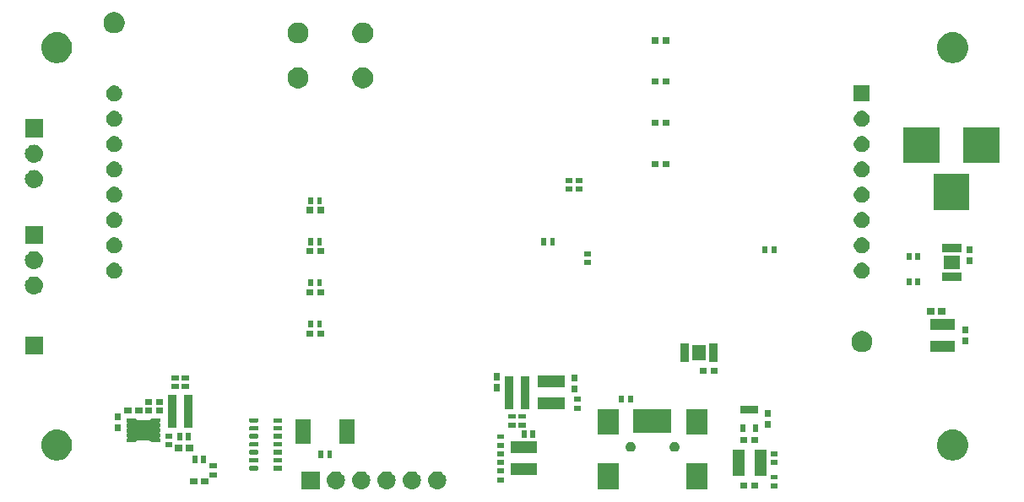
<source format=gbr>
G04 #@! TF.GenerationSoftware,KiCad,Pcbnew,(5.1.4)-1*
G04 #@! TF.CreationDate,2020-06-05T19:42:11-05:00*
G04 #@! TF.ProjectId,Pulse_Oximeter,50756c73-655f-44f7-9869-6d657465722e,rev?*
G04 #@! TF.SameCoordinates,Original*
G04 #@! TF.FileFunction,Soldermask,Bot*
G04 #@! TF.FilePolarity,Negative*
%FSLAX46Y46*%
G04 Gerber Fmt 4.6, Leading zero omitted, Abs format (unit mm)*
G04 Created by KiCad (PCBNEW (5.1.4)-1) date 2020-06-05 19:42:11*
%MOMM*%
%LPD*%
G04 APERTURE LIST*
%ADD10C,0.100000*%
G04 APERTURE END LIST*
D10*
G36*
X173649000Y-113893000D02*
G01*
X171547000Y-113893000D01*
X171547000Y-111291000D01*
X173649000Y-111291000D01*
X173649000Y-113893000D01*
X173649000Y-113893000D01*
G37*
G36*
X164749000Y-113893000D02*
G01*
X162647000Y-113893000D01*
X162647000Y-111291000D01*
X164749000Y-111291000D01*
X164749000Y-113893000D01*
X164749000Y-113893000D01*
G37*
G36*
X146668443Y-112071519D02*
G01*
X146734627Y-112078037D01*
X146904466Y-112129557D01*
X147060991Y-112213222D01*
X147096729Y-112242552D01*
X147198186Y-112325814D01*
X147253323Y-112393000D01*
X147310778Y-112463009D01*
X147394443Y-112619534D01*
X147445963Y-112789373D01*
X147463359Y-112966000D01*
X147445963Y-113142627D01*
X147394443Y-113312466D01*
X147310778Y-113468991D01*
X147281448Y-113504729D01*
X147198186Y-113606186D01*
X147096729Y-113689448D01*
X147060991Y-113718778D01*
X146904466Y-113802443D01*
X146734627Y-113853963D01*
X146668443Y-113860481D01*
X146602260Y-113867000D01*
X146513740Y-113867000D01*
X146447557Y-113860481D01*
X146381373Y-113853963D01*
X146211534Y-113802443D01*
X146055009Y-113718778D01*
X146019271Y-113689448D01*
X145917814Y-113606186D01*
X145834552Y-113504729D01*
X145805222Y-113468991D01*
X145721557Y-113312466D01*
X145670037Y-113142627D01*
X145652641Y-112966000D01*
X145670037Y-112789373D01*
X145721557Y-112619534D01*
X145805222Y-112463009D01*
X145862677Y-112393000D01*
X145917814Y-112325814D01*
X146019271Y-112242552D01*
X146055009Y-112213222D01*
X146211534Y-112129557D01*
X146381373Y-112078037D01*
X146447557Y-112071519D01*
X146513740Y-112065000D01*
X146602260Y-112065000D01*
X146668443Y-112071519D01*
X146668443Y-112071519D01*
G37*
G36*
X139048443Y-112071519D02*
G01*
X139114627Y-112078037D01*
X139284466Y-112129557D01*
X139440991Y-112213222D01*
X139476729Y-112242552D01*
X139578186Y-112325814D01*
X139633323Y-112393000D01*
X139690778Y-112463009D01*
X139774443Y-112619534D01*
X139825963Y-112789373D01*
X139843359Y-112966000D01*
X139825963Y-113142627D01*
X139774443Y-113312466D01*
X139690778Y-113468991D01*
X139661448Y-113504729D01*
X139578186Y-113606186D01*
X139476729Y-113689448D01*
X139440991Y-113718778D01*
X139284466Y-113802443D01*
X139114627Y-113853963D01*
X139048443Y-113860481D01*
X138982260Y-113867000D01*
X138893740Y-113867000D01*
X138827557Y-113860481D01*
X138761373Y-113853963D01*
X138591534Y-113802443D01*
X138435009Y-113718778D01*
X138399271Y-113689448D01*
X138297814Y-113606186D01*
X138214552Y-113504729D01*
X138185222Y-113468991D01*
X138101557Y-113312466D01*
X138050037Y-113142627D01*
X138032641Y-112966000D01*
X138050037Y-112789373D01*
X138101557Y-112619534D01*
X138185222Y-112463009D01*
X138242677Y-112393000D01*
X138297814Y-112325814D01*
X138399271Y-112242552D01*
X138435009Y-112213222D01*
X138591534Y-112129557D01*
X138761373Y-112078037D01*
X138827557Y-112071519D01*
X138893740Y-112065000D01*
X138982260Y-112065000D01*
X139048443Y-112071519D01*
X139048443Y-112071519D01*
G37*
G36*
X141588443Y-112071519D02*
G01*
X141654627Y-112078037D01*
X141824466Y-112129557D01*
X141980991Y-112213222D01*
X142016729Y-112242552D01*
X142118186Y-112325814D01*
X142173323Y-112393000D01*
X142230778Y-112463009D01*
X142314443Y-112619534D01*
X142365963Y-112789373D01*
X142383359Y-112966000D01*
X142365963Y-113142627D01*
X142314443Y-113312466D01*
X142230778Y-113468991D01*
X142201448Y-113504729D01*
X142118186Y-113606186D01*
X142016729Y-113689448D01*
X141980991Y-113718778D01*
X141824466Y-113802443D01*
X141654627Y-113853963D01*
X141588443Y-113860481D01*
X141522260Y-113867000D01*
X141433740Y-113867000D01*
X141367557Y-113860481D01*
X141301373Y-113853963D01*
X141131534Y-113802443D01*
X140975009Y-113718778D01*
X140939271Y-113689448D01*
X140837814Y-113606186D01*
X140754552Y-113504729D01*
X140725222Y-113468991D01*
X140641557Y-113312466D01*
X140590037Y-113142627D01*
X140572641Y-112966000D01*
X140590037Y-112789373D01*
X140641557Y-112619534D01*
X140725222Y-112463009D01*
X140782677Y-112393000D01*
X140837814Y-112325814D01*
X140939271Y-112242552D01*
X140975009Y-112213222D01*
X141131534Y-112129557D01*
X141301373Y-112078037D01*
X141367557Y-112071519D01*
X141433740Y-112065000D01*
X141522260Y-112065000D01*
X141588443Y-112071519D01*
X141588443Y-112071519D01*
G37*
G36*
X136508443Y-112071519D02*
G01*
X136574627Y-112078037D01*
X136744466Y-112129557D01*
X136900991Y-112213222D01*
X136936729Y-112242552D01*
X137038186Y-112325814D01*
X137093323Y-112393000D01*
X137150778Y-112463009D01*
X137234443Y-112619534D01*
X137285963Y-112789373D01*
X137303359Y-112966000D01*
X137285963Y-113142627D01*
X137234443Y-113312466D01*
X137150778Y-113468991D01*
X137121448Y-113504729D01*
X137038186Y-113606186D01*
X136936729Y-113689448D01*
X136900991Y-113718778D01*
X136744466Y-113802443D01*
X136574627Y-113853963D01*
X136508443Y-113860481D01*
X136442260Y-113867000D01*
X136353740Y-113867000D01*
X136287557Y-113860481D01*
X136221373Y-113853963D01*
X136051534Y-113802443D01*
X135895009Y-113718778D01*
X135859271Y-113689448D01*
X135757814Y-113606186D01*
X135674552Y-113504729D01*
X135645222Y-113468991D01*
X135561557Y-113312466D01*
X135510037Y-113142627D01*
X135492641Y-112966000D01*
X135510037Y-112789373D01*
X135561557Y-112619534D01*
X135645222Y-112463009D01*
X135702677Y-112393000D01*
X135757814Y-112325814D01*
X135859271Y-112242552D01*
X135895009Y-112213222D01*
X136051534Y-112129557D01*
X136221373Y-112078037D01*
X136287557Y-112071519D01*
X136353740Y-112065000D01*
X136442260Y-112065000D01*
X136508443Y-112071519D01*
X136508443Y-112071519D01*
G37*
G36*
X144128443Y-112071519D02*
G01*
X144194627Y-112078037D01*
X144364466Y-112129557D01*
X144520991Y-112213222D01*
X144556729Y-112242552D01*
X144658186Y-112325814D01*
X144713323Y-112393000D01*
X144770778Y-112463009D01*
X144854443Y-112619534D01*
X144905963Y-112789373D01*
X144923359Y-112966000D01*
X144905963Y-113142627D01*
X144854443Y-113312466D01*
X144770778Y-113468991D01*
X144741448Y-113504729D01*
X144658186Y-113606186D01*
X144556729Y-113689448D01*
X144520991Y-113718778D01*
X144364466Y-113802443D01*
X144194627Y-113853963D01*
X144128443Y-113860481D01*
X144062260Y-113867000D01*
X143973740Y-113867000D01*
X143907557Y-113860481D01*
X143841373Y-113853963D01*
X143671534Y-113802443D01*
X143515009Y-113718778D01*
X143479271Y-113689448D01*
X143377814Y-113606186D01*
X143294552Y-113504729D01*
X143265222Y-113468991D01*
X143181557Y-113312466D01*
X143130037Y-113142627D01*
X143112641Y-112966000D01*
X143130037Y-112789373D01*
X143181557Y-112619534D01*
X143265222Y-112463009D01*
X143322677Y-112393000D01*
X143377814Y-112325814D01*
X143479271Y-112242552D01*
X143515009Y-112213222D01*
X143671534Y-112129557D01*
X143841373Y-112078037D01*
X143907557Y-112071519D01*
X143973740Y-112065000D01*
X144062260Y-112065000D01*
X144128443Y-112071519D01*
X144128443Y-112071519D01*
G37*
G36*
X134759000Y-113867000D02*
G01*
X132957000Y-113867000D01*
X132957000Y-112065000D01*
X134759000Y-112065000D01*
X134759000Y-113867000D01*
X134759000Y-113867000D01*
G37*
G36*
X180691000Y-113795000D02*
G01*
X179989000Y-113795000D01*
X179989000Y-113293000D01*
X180691000Y-113293000D01*
X180691000Y-113795000D01*
X180691000Y-113795000D01*
G37*
G36*
X178765000Y-113775000D02*
G01*
X178063000Y-113775000D01*
X178063000Y-113173000D01*
X178765000Y-113173000D01*
X178765000Y-113775000D01*
X178765000Y-113775000D01*
G37*
G36*
X177665000Y-113775000D02*
G01*
X176963000Y-113775000D01*
X176963000Y-113173000D01*
X177665000Y-113173000D01*
X177665000Y-113775000D01*
X177665000Y-113775000D01*
G37*
G36*
X123583000Y-113395000D02*
G01*
X122881000Y-113395000D01*
X122881000Y-112793000D01*
X123583000Y-112793000D01*
X123583000Y-113395000D01*
X123583000Y-113395000D01*
G37*
G36*
X122483000Y-113395000D02*
G01*
X121781000Y-113395000D01*
X121781000Y-112793000D01*
X122483000Y-112793000D01*
X122483000Y-113395000D01*
X122483000Y-113395000D01*
G37*
G36*
X153259000Y-113159000D02*
G01*
X152557000Y-113159000D01*
X152557000Y-112657000D01*
X153259000Y-112657000D01*
X153259000Y-113159000D01*
X153259000Y-113159000D01*
G37*
G36*
X180691000Y-112895000D02*
G01*
X179989000Y-112895000D01*
X179989000Y-112393000D01*
X180691000Y-112393000D01*
X180691000Y-112895000D01*
X180691000Y-112895000D01*
G37*
G36*
X124430000Y-112651000D02*
G01*
X123728000Y-112651000D01*
X123728000Y-112149000D01*
X124430000Y-112149000D01*
X124430000Y-112651000D01*
X124430000Y-112651000D01*
G37*
G36*
X179545000Y-112514000D02*
G01*
X178383000Y-112514000D01*
X178383000Y-109862000D01*
X179545000Y-109862000D01*
X179545000Y-112514000D01*
X179545000Y-112514000D01*
G37*
G36*
X177345000Y-112514000D02*
G01*
X176183000Y-112514000D01*
X176183000Y-109862000D01*
X177345000Y-109862000D01*
X177345000Y-112514000D01*
X177345000Y-112514000D01*
G37*
G36*
X156584000Y-112425000D02*
G01*
X153932000Y-112425000D01*
X153932000Y-111263000D01*
X156584000Y-111263000D01*
X156584000Y-112425000D01*
X156584000Y-112425000D01*
G37*
G36*
X153259000Y-112259000D02*
G01*
X152557000Y-112259000D01*
X152557000Y-111757000D01*
X153259000Y-111757000D01*
X153259000Y-112259000D01*
X153259000Y-112259000D01*
G37*
G36*
X130935232Y-111522563D02*
G01*
X130944595Y-111525403D01*
X130953224Y-111530016D01*
X130960782Y-111536218D01*
X130966984Y-111543776D01*
X130971597Y-111552405D01*
X130974437Y-111561768D01*
X130976000Y-111577640D01*
X130976000Y-111916360D01*
X130974437Y-111932232D01*
X130971597Y-111941595D01*
X130966984Y-111950224D01*
X130960782Y-111957782D01*
X130953224Y-111963984D01*
X130944595Y-111968597D01*
X130935232Y-111971437D01*
X130919360Y-111973000D01*
X130180640Y-111973000D01*
X130164768Y-111971437D01*
X130155405Y-111968597D01*
X130146776Y-111963984D01*
X130139218Y-111957782D01*
X130133016Y-111950224D01*
X130128403Y-111941595D01*
X130125563Y-111932232D01*
X130124000Y-111916360D01*
X130124000Y-111577640D01*
X130125563Y-111561768D01*
X130128403Y-111552405D01*
X130133016Y-111543776D01*
X130139218Y-111536218D01*
X130146776Y-111530016D01*
X130155405Y-111525403D01*
X130164768Y-111522563D01*
X130180640Y-111521000D01*
X130919360Y-111521000D01*
X130935232Y-111522563D01*
X130935232Y-111522563D01*
G37*
G36*
X128535232Y-111522563D02*
G01*
X128544595Y-111525403D01*
X128553224Y-111530016D01*
X128560782Y-111536218D01*
X128566984Y-111543776D01*
X128571597Y-111552405D01*
X128574437Y-111561768D01*
X128576000Y-111577640D01*
X128576000Y-111916360D01*
X128574437Y-111932232D01*
X128571597Y-111941595D01*
X128566984Y-111950224D01*
X128560782Y-111957782D01*
X128553224Y-111963984D01*
X128544595Y-111968597D01*
X128535232Y-111971437D01*
X128519360Y-111973000D01*
X127780640Y-111973000D01*
X127764768Y-111971437D01*
X127755405Y-111968597D01*
X127746776Y-111963984D01*
X127739218Y-111957782D01*
X127733016Y-111950224D01*
X127728403Y-111941595D01*
X127725563Y-111932232D01*
X127724000Y-111916360D01*
X127724000Y-111577640D01*
X127725563Y-111561768D01*
X127728403Y-111552405D01*
X127733016Y-111543776D01*
X127739218Y-111536218D01*
X127746776Y-111530016D01*
X127755405Y-111525403D01*
X127764768Y-111522563D01*
X127780640Y-111521000D01*
X128519360Y-111521000D01*
X128535232Y-111522563D01*
X128535232Y-111522563D01*
G37*
G36*
X124430000Y-111751000D02*
G01*
X123728000Y-111751000D01*
X123728000Y-111249000D01*
X124430000Y-111249000D01*
X124430000Y-111751000D01*
X124430000Y-111751000D01*
G37*
G36*
X180691000Y-111445000D02*
G01*
X179989000Y-111445000D01*
X179989000Y-110943000D01*
X180691000Y-110943000D01*
X180691000Y-111445000D01*
X180691000Y-111445000D01*
G37*
G36*
X153259000Y-111445000D02*
G01*
X152557000Y-111445000D01*
X152557000Y-110943000D01*
X153259000Y-110943000D01*
X153259000Y-111445000D01*
X153259000Y-111445000D01*
G37*
G36*
X123383000Y-111222000D02*
G01*
X122881000Y-111222000D01*
X122881000Y-110520000D01*
X123383000Y-110520000D01*
X123383000Y-111222000D01*
X123383000Y-111222000D01*
G37*
G36*
X122483000Y-111222000D02*
G01*
X121981000Y-111222000D01*
X121981000Y-110520000D01*
X122483000Y-110520000D01*
X122483000Y-111222000D01*
X122483000Y-111222000D01*
G37*
G36*
X128535232Y-110722563D02*
G01*
X128544595Y-110725403D01*
X128553224Y-110730016D01*
X128560782Y-110736218D01*
X128566984Y-110743776D01*
X128571597Y-110752405D01*
X128574437Y-110761768D01*
X128576000Y-110777640D01*
X128576000Y-111116360D01*
X128574437Y-111132232D01*
X128571597Y-111141595D01*
X128566984Y-111150224D01*
X128560782Y-111157782D01*
X128553224Y-111163984D01*
X128544595Y-111168597D01*
X128535232Y-111171437D01*
X128519360Y-111173000D01*
X127780640Y-111173000D01*
X127764768Y-111171437D01*
X127755405Y-111168597D01*
X127746776Y-111163984D01*
X127739218Y-111157782D01*
X127733016Y-111150224D01*
X127728403Y-111141595D01*
X127725563Y-111132232D01*
X127724000Y-111116360D01*
X127724000Y-110777640D01*
X127725563Y-110761768D01*
X127728403Y-110752405D01*
X127733016Y-110743776D01*
X127739218Y-110736218D01*
X127746776Y-110730016D01*
X127755405Y-110725403D01*
X127764768Y-110722563D01*
X127780640Y-110721000D01*
X128519360Y-110721000D01*
X128535232Y-110722563D01*
X128535232Y-110722563D01*
G37*
G36*
X130935232Y-110722563D02*
G01*
X130944595Y-110725403D01*
X130953224Y-110730016D01*
X130960782Y-110736218D01*
X130966984Y-110743776D01*
X130971597Y-110752405D01*
X130974437Y-110761768D01*
X130976000Y-110777640D01*
X130976000Y-111116360D01*
X130974437Y-111132232D01*
X130971597Y-111141595D01*
X130966984Y-111150224D01*
X130960782Y-111157782D01*
X130953224Y-111163984D01*
X130944595Y-111168597D01*
X130935232Y-111171437D01*
X130919360Y-111173000D01*
X130180640Y-111173000D01*
X130164768Y-111171437D01*
X130155405Y-111168597D01*
X130146776Y-111163984D01*
X130139218Y-111157782D01*
X130133016Y-111150224D01*
X130128403Y-111141595D01*
X130125563Y-111132232D01*
X130124000Y-111116360D01*
X130124000Y-110777640D01*
X130125563Y-110761768D01*
X130128403Y-110752405D01*
X130133016Y-110743776D01*
X130139218Y-110736218D01*
X130146776Y-110730016D01*
X130155405Y-110725403D01*
X130164768Y-110722563D01*
X130180640Y-110721000D01*
X130919360Y-110721000D01*
X130935232Y-110722563D01*
X130935232Y-110722563D01*
G37*
G36*
X108662615Y-107882045D02*
G01*
X108846410Y-107918604D01*
X109128674Y-108035521D01*
X109382705Y-108205259D01*
X109598741Y-108421295D01*
X109768479Y-108675326D01*
X109885396Y-108957590D01*
X109903123Y-109046710D01*
X109945000Y-109257239D01*
X109945000Y-109562761D01*
X109924265Y-109667000D01*
X109885396Y-109862410D01*
X109768479Y-110144674D01*
X109598741Y-110398705D01*
X109382705Y-110614741D01*
X109128674Y-110784479D01*
X108846410Y-110901396D01*
X108696585Y-110931198D01*
X108546761Y-110961000D01*
X108241239Y-110961000D01*
X108091415Y-110931198D01*
X107941590Y-110901396D01*
X107659326Y-110784479D01*
X107405295Y-110614741D01*
X107189259Y-110398705D01*
X107019521Y-110144674D01*
X106902604Y-109862410D01*
X106863735Y-109667000D01*
X106843000Y-109562761D01*
X106843000Y-109257239D01*
X106884877Y-109046710D01*
X106902604Y-108957590D01*
X107019521Y-108675326D01*
X107189259Y-108421295D01*
X107405295Y-108205259D01*
X107659326Y-108035521D01*
X107941590Y-107918604D01*
X108125385Y-107882045D01*
X108241239Y-107859000D01*
X108546761Y-107859000D01*
X108662615Y-107882045D01*
X108662615Y-107882045D01*
G37*
G36*
X198515615Y-107882045D02*
G01*
X198699410Y-107918604D01*
X198981674Y-108035521D01*
X199235705Y-108205259D01*
X199451741Y-108421295D01*
X199621479Y-108675326D01*
X199738396Y-108957590D01*
X199756123Y-109046710D01*
X199798000Y-109257239D01*
X199798000Y-109562761D01*
X199777265Y-109667000D01*
X199738396Y-109862410D01*
X199621479Y-110144674D01*
X199451741Y-110398705D01*
X199235705Y-110614741D01*
X198981674Y-110784479D01*
X198699410Y-110901396D01*
X198549585Y-110931198D01*
X198399761Y-110961000D01*
X198094239Y-110961000D01*
X197944415Y-110931198D01*
X197794590Y-110901396D01*
X197512326Y-110784479D01*
X197258295Y-110614741D01*
X197042259Y-110398705D01*
X196872521Y-110144674D01*
X196755604Y-109862410D01*
X196716735Y-109667000D01*
X196696000Y-109562761D01*
X196696000Y-109257239D01*
X196737877Y-109046710D01*
X196755604Y-108957590D01*
X196872521Y-108675326D01*
X197042259Y-108421295D01*
X197258295Y-108205259D01*
X197512326Y-108035521D01*
X197794590Y-107918604D01*
X197978385Y-107882045D01*
X198094239Y-107859000D01*
X198399761Y-107859000D01*
X198515615Y-107882045D01*
X198515615Y-107882045D01*
G37*
G36*
X135119000Y-110714000D02*
G01*
X134617000Y-110714000D01*
X134617000Y-110012000D01*
X135119000Y-110012000D01*
X135119000Y-110714000D01*
X135119000Y-110714000D01*
G37*
G36*
X136019000Y-110714000D02*
G01*
X135517000Y-110714000D01*
X135517000Y-110012000D01*
X136019000Y-110012000D01*
X136019000Y-110714000D01*
X136019000Y-110714000D01*
G37*
G36*
X153259000Y-110545000D02*
G01*
X152557000Y-110545000D01*
X152557000Y-110043000D01*
X153259000Y-110043000D01*
X153259000Y-110545000D01*
X153259000Y-110545000D01*
G37*
G36*
X180691000Y-110545000D02*
G01*
X179989000Y-110545000D01*
X179989000Y-110043000D01*
X180691000Y-110043000D01*
X180691000Y-110545000D01*
X180691000Y-110545000D01*
G37*
G36*
X128535232Y-109922563D02*
G01*
X128544595Y-109925403D01*
X128553224Y-109930016D01*
X128560782Y-109936218D01*
X128566984Y-109943776D01*
X128571597Y-109952405D01*
X128574437Y-109961768D01*
X128576000Y-109977640D01*
X128576000Y-110316360D01*
X128574437Y-110332232D01*
X128571597Y-110341595D01*
X128566984Y-110350224D01*
X128560782Y-110357782D01*
X128553224Y-110363984D01*
X128544595Y-110368597D01*
X128535232Y-110371437D01*
X128519360Y-110373000D01*
X127780640Y-110373000D01*
X127764768Y-110371437D01*
X127755405Y-110368597D01*
X127746776Y-110363984D01*
X127739218Y-110357782D01*
X127733016Y-110350224D01*
X127728403Y-110341595D01*
X127725563Y-110332232D01*
X127724000Y-110316360D01*
X127724000Y-109977640D01*
X127725563Y-109961768D01*
X127728403Y-109952405D01*
X127733016Y-109943776D01*
X127739218Y-109936218D01*
X127746776Y-109930016D01*
X127755405Y-109925403D01*
X127764768Y-109922563D01*
X127780640Y-109921000D01*
X128519360Y-109921000D01*
X128535232Y-109922563D01*
X128535232Y-109922563D01*
G37*
G36*
X130935232Y-109922563D02*
G01*
X130944595Y-109925403D01*
X130953224Y-109930016D01*
X130960782Y-109936218D01*
X130966984Y-109943776D01*
X130971597Y-109952405D01*
X130974437Y-109961768D01*
X130976000Y-109977640D01*
X130976000Y-110316360D01*
X130974437Y-110332232D01*
X130971597Y-110341595D01*
X130966984Y-110350224D01*
X130960782Y-110357782D01*
X130953224Y-110363984D01*
X130944595Y-110368597D01*
X130935232Y-110371437D01*
X130919360Y-110373000D01*
X130180640Y-110373000D01*
X130164768Y-110371437D01*
X130155405Y-110368597D01*
X130146776Y-110363984D01*
X130139218Y-110357782D01*
X130133016Y-110350224D01*
X130128403Y-110341595D01*
X130125563Y-110332232D01*
X130124000Y-110316360D01*
X130124000Y-109977640D01*
X130125563Y-109961768D01*
X130128403Y-109952405D01*
X130133016Y-109943776D01*
X130139218Y-109936218D01*
X130146776Y-109930016D01*
X130155405Y-109925403D01*
X130164768Y-109922563D01*
X130180640Y-109921000D01*
X130919360Y-109921000D01*
X130935232Y-109922563D01*
X130935232Y-109922563D01*
G37*
G36*
X156584000Y-110225000D02*
G01*
X153932000Y-110225000D01*
X153932000Y-109063000D01*
X156584000Y-109063000D01*
X156584000Y-110225000D01*
X156584000Y-110225000D01*
G37*
G36*
X166043722Y-109100225D02*
G01*
X166094136Y-109110253D01*
X166129537Y-109124917D01*
X166185311Y-109148019D01*
X166185312Y-109148020D01*
X166267369Y-109202848D01*
X166337152Y-109272631D01*
X166337153Y-109272633D01*
X166391981Y-109354689D01*
X166429747Y-109445865D01*
X166449000Y-109542655D01*
X166449000Y-109641345D01*
X166429747Y-109738135D01*
X166391981Y-109829311D01*
X166391980Y-109829312D01*
X166337152Y-109911369D01*
X166267369Y-109981152D01*
X166252994Y-109990757D01*
X166185311Y-110035981D01*
X166168365Y-110043000D01*
X166094136Y-110073747D01*
X166045740Y-110083374D01*
X165997345Y-110093000D01*
X165898655Y-110093000D01*
X165850260Y-110083374D01*
X165801864Y-110073747D01*
X165727635Y-110043000D01*
X165710689Y-110035981D01*
X165643006Y-109990757D01*
X165628631Y-109981152D01*
X165558848Y-109911369D01*
X165504020Y-109829312D01*
X165504019Y-109829311D01*
X165466253Y-109738135D01*
X165447000Y-109641345D01*
X165447000Y-109542655D01*
X165466253Y-109445865D01*
X165504019Y-109354689D01*
X165558847Y-109272633D01*
X165558848Y-109272631D01*
X165628631Y-109202848D01*
X165710688Y-109148020D01*
X165710689Y-109148019D01*
X165766463Y-109124917D01*
X165801864Y-109110253D01*
X165852278Y-109100225D01*
X165898655Y-109091000D01*
X165997345Y-109091000D01*
X166043722Y-109100225D01*
X166043722Y-109100225D01*
G37*
G36*
X170443722Y-109100225D02*
G01*
X170494136Y-109110253D01*
X170529537Y-109124917D01*
X170585311Y-109148019D01*
X170585312Y-109148020D01*
X170667369Y-109202848D01*
X170737152Y-109272631D01*
X170737153Y-109272633D01*
X170791981Y-109354689D01*
X170829747Y-109445865D01*
X170849000Y-109542655D01*
X170849000Y-109641345D01*
X170829747Y-109738135D01*
X170791981Y-109829311D01*
X170791980Y-109829312D01*
X170737152Y-109911369D01*
X170667369Y-109981152D01*
X170652994Y-109990757D01*
X170585311Y-110035981D01*
X170568365Y-110043000D01*
X170494136Y-110073747D01*
X170445740Y-110083374D01*
X170397345Y-110093000D01*
X170298655Y-110093000D01*
X170250260Y-110083374D01*
X170201864Y-110073747D01*
X170127635Y-110043000D01*
X170110689Y-110035981D01*
X170043006Y-109990757D01*
X170028631Y-109981152D01*
X169958848Y-109911369D01*
X169904020Y-109829312D01*
X169904019Y-109829311D01*
X169866253Y-109738135D01*
X169847000Y-109641345D01*
X169847000Y-109542655D01*
X169866253Y-109445865D01*
X169904019Y-109354689D01*
X169958847Y-109272633D01*
X169958848Y-109272631D01*
X170028631Y-109202848D01*
X170110688Y-109148020D01*
X170110689Y-109148019D01*
X170166463Y-109124917D01*
X170201864Y-109110253D01*
X170252278Y-109100225D01*
X170298655Y-109091000D01*
X170397345Y-109091000D01*
X170443722Y-109100225D01*
X170443722Y-109100225D01*
G37*
G36*
X122059000Y-110029000D02*
G01*
X121357000Y-110029000D01*
X121357000Y-109427000D01*
X122059000Y-109427000D01*
X122059000Y-110029000D01*
X122059000Y-110029000D01*
G37*
G36*
X120959000Y-110029000D02*
G01*
X120257000Y-110029000D01*
X120257000Y-109427000D01*
X120959000Y-109427000D01*
X120959000Y-110029000D01*
X120959000Y-110029000D01*
G37*
G36*
X153259000Y-109731000D02*
G01*
X152557000Y-109731000D01*
X152557000Y-109229000D01*
X153259000Y-109229000D01*
X153259000Y-109731000D01*
X153259000Y-109731000D01*
G37*
G36*
X119985000Y-109667000D02*
G01*
X119283000Y-109667000D01*
X119283000Y-109165000D01*
X119985000Y-109165000D01*
X119985000Y-109667000D01*
X119985000Y-109667000D01*
G37*
G36*
X130935232Y-109122563D02*
G01*
X130944595Y-109125403D01*
X130953224Y-109130016D01*
X130960782Y-109136218D01*
X130966984Y-109143776D01*
X130971597Y-109152405D01*
X130974437Y-109161768D01*
X130976000Y-109177640D01*
X130976000Y-109516360D01*
X130974437Y-109532232D01*
X130971597Y-109541595D01*
X130966984Y-109550224D01*
X130960782Y-109557782D01*
X130953224Y-109563984D01*
X130944595Y-109568597D01*
X130935232Y-109571437D01*
X130919360Y-109573000D01*
X130180640Y-109573000D01*
X130164768Y-109571437D01*
X130155405Y-109568597D01*
X130146776Y-109563984D01*
X130139218Y-109557782D01*
X130133016Y-109550224D01*
X130128403Y-109541595D01*
X130125563Y-109532232D01*
X130124000Y-109516360D01*
X130124000Y-109177640D01*
X130125563Y-109161768D01*
X130128403Y-109152405D01*
X130133016Y-109143776D01*
X130139218Y-109136218D01*
X130146776Y-109130016D01*
X130155405Y-109125403D01*
X130164768Y-109122563D01*
X130180640Y-109121000D01*
X130919360Y-109121000D01*
X130935232Y-109122563D01*
X130935232Y-109122563D01*
G37*
G36*
X128535232Y-109122563D02*
G01*
X128544595Y-109125403D01*
X128553224Y-109130016D01*
X128560782Y-109136218D01*
X128566984Y-109143776D01*
X128571597Y-109152405D01*
X128574437Y-109161768D01*
X128576000Y-109177640D01*
X128576000Y-109516360D01*
X128574437Y-109532232D01*
X128571597Y-109541595D01*
X128566984Y-109550224D01*
X128560782Y-109557782D01*
X128553224Y-109563984D01*
X128544595Y-109568597D01*
X128535232Y-109571437D01*
X128519360Y-109573000D01*
X127780640Y-109573000D01*
X127764768Y-109571437D01*
X127755405Y-109568597D01*
X127746776Y-109563984D01*
X127739218Y-109557782D01*
X127733016Y-109550224D01*
X127728403Y-109541595D01*
X127725563Y-109532232D01*
X127724000Y-109516360D01*
X127724000Y-109177640D01*
X127725563Y-109161768D01*
X127728403Y-109152405D01*
X127733016Y-109143776D01*
X127739218Y-109136218D01*
X127746776Y-109130016D01*
X127755405Y-109125403D01*
X127764768Y-109122563D01*
X127780640Y-109121000D01*
X128519360Y-109121000D01*
X128535232Y-109122563D01*
X128535232Y-109122563D01*
G37*
G36*
X138294000Y-109328000D02*
G01*
X136742000Y-109328000D01*
X136742000Y-106826000D01*
X138294000Y-106826000D01*
X138294000Y-109328000D01*
X138294000Y-109328000D01*
G37*
G36*
X133894000Y-109328000D02*
G01*
X132342000Y-109328000D01*
X132342000Y-106826000D01*
X133894000Y-106826000D01*
X133894000Y-109328000D01*
X133894000Y-109328000D01*
G37*
G36*
X177665000Y-109203000D02*
G01*
X176963000Y-109203000D01*
X176963000Y-108601000D01*
X177665000Y-108601000D01*
X177665000Y-109203000D01*
X177665000Y-109203000D01*
G37*
G36*
X178765000Y-109203000D02*
G01*
X178063000Y-109203000D01*
X178063000Y-108601000D01*
X178765000Y-108601000D01*
X178765000Y-109203000D01*
X178765000Y-109203000D01*
G37*
G36*
X116324355Y-106775083D02*
G01*
X116329029Y-106776501D01*
X116333331Y-106778800D01*
X116337104Y-106781896D01*
X116340200Y-106785669D01*
X116342499Y-106789971D01*
X116346362Y-106802707D01*
X116347867Y-106810275D01*
X116357242Y-106832915D01*
X116370854Y-106853290D01*
X116388179Y-106870619D01*
X116408552Y-106884235D01*
X116431190Y-106893614D01*
X116455223Y-106898397D01*
X116467487Y-106899000D01*
X117720513Y-106899000D01*
X117744899Y-106896598D01*
X117768348Y-106889485D01*
X117789959Y-106877934D01*
X117808901Y-106862389D01*
X117824446Y-106843447D01*
X117835997Y-106821836D01*
X117843110Y-106798387D01*
X117843265Y-106797342D01*
X117845501Y-106789971D01*
X117847800Y-106785669D01*
X117850896Y-106781896D01*
X117854669Y-106778800D01*
X117858971Y-106776501D01*
X117863645Y-106775083D01*
X117874641Y-106774000D01*
X118738359Y-106774000D01*
X118749355Y-106775083D01*
X118754029Y-106776501D01*
X118758331Y-106778800D01*
X118762104Y-106781896D01*
X118765200Y-106785669D01*
X118767499Y-106789971D01*
X118768917Y-106794645D01*
X118770000Y-106805641D01*
X118770000Y-107094359D01*
X118768917Y-107105355D01*
X118767499Y-107110029D01*
X118765200Y-107114330D01*
X118759971Y-107120702D01*
X118746357Y-107141076D01*
X118736980Y-107163715D01*
X118732200Y-107187749D01*
X118732200Y-107212253D01*
X118736981Y-107236286D01*
X118746358Y-107258925D01*
X118759971Y-107279298D01*
X118765200Y-107285670D01*
X118767499Y-107289971D01*
X118768917Y-107294645D01*
X118770000Y-107305641D01*
X118770000Y-107594359D01*
X118768917Y-107605355D01*
X118767499Y-107610029D01*
X118765200Y-107614330D01*
X118759971Y-107620702D01*
X118746357Y-107641076D01*
X118736980Y-107663715D01*
X118732200Y-107687749D01*
X118732200Y-107712253D01*
X118736981Y-107736286D01*
X118746358Y-107758925D01*
X118759971Y-107779298D01*
X118765200Y-107785670D01*
X118767499Y-107789971D01*
X118768917Y-107794645D01*
X118770000Y-107805641D01*
X118770000Y-108094359D01*
X118768917Y-108105355D01*
X118767499Y-108110029D01*
X118765200Y-108114330D01*
X118759971Y-108120702D01*
X118746357Y-108141076D01*
X118736980Y-108163715D01*
X118732200Y-108187749D01*
X118732200Y-108212253D01*
X118736981Y-108236286D01*
X118746358Y-108258925D01*
X118759971Y-108279298D01*
X118765200Y-108285670D01*
X118767499Y-108289971D01*
X118768917Y-108294645D01*
X118770000Y-108305641D01*
X118770000Y-108594359D01*
X118768917Y-108605355D01*
X118767499Y-108610029D01*
X118765200Y-108614330D01*
X118759971Y-108620702D01*
X118746357Y-108641076D01*
X118736980Y-108663715D01*
X118732200Y-108687749D01*
X118732200Y-108712253D01*
X118736981Y-108736286D01*
X118746358Y-108758925D01*
X118759971Y-108779298D01*
X118765200Y-108785670D01*
X118767499Y-108789971D01*
X118768917Y-108794645D01*
X118770000Y-108805641D01*
X118770000Y-109094359D01*
X118768917Y-109105355D01*
X118767499Y-109110029D01*
X118765200Y-109114331D01*
X118762104Y-109118104D01*
X118758331Y-109121200D01*
X118754029Y-109123499D01*
X118749355Y-109124917D01*
X118738359Y-109126000D01*
X117874641Y-109126000D01*
X117863645Y-109124917D01*
X117858971Y-109123499D01*
X117854669Y-109121200D01*
X117850896Y-109118104D01*
X117847800Y-109114331D01*
X117845501Y-109110029D01*
X117841638Y-109097293D01*
X117840133Y-109089725D01*
X117830758Y-109067085D01*
X117817146Y-109046710D01*
X117799821Y-109029381D01*
X117779448Y-109015765D01*
X117756810Y-109006386D01*
X117732777Y-109001603D01*
X117720513Y-109001000D01*
X116467487Y-109001000D01*
X116443101Y-109003402D01*
X116419652Y-109010515D01*
X116398041Y-109022066D01*
X116379099Y-109037611D01*
X116363554Y-109056553D01*
X116352003Y-109078164D01*
X116344890Y-109101613D01*
X116344735Y-109102658D01*
X116342499Y-109110029D01*
X116340200Y-109114331D01*
X116337104Y-109118104D01*
X116333331Y-109121200D01*
X116329029Y-109123499D01*
X116324355Y-109124917D01*
X116313359Y-109126000D01*
X115449641Y-109126000D01*
X115438645Y-109124917D01*
X115433971Y-109123499D01*
X115429669Y-109121200D01*
X115425896Y-109118104D01*
X115422800Y-109114331D01*
X115420501Y-109110029D01*
X115419083Y-109105355D01*
X115418000Y-109094359D01*
X115418000Y-108805641D01*
X115419083Y-108794645D01*
X115420501Y-108789971D01*
X115422800Y-108785670D01*
X115428029Y-108779298D01*
X115441643Y-108758924D01*
X115451020Y-108736285D01*
X115455800Y-108712251D01*
X115455800Y-108687747D01*
X115451019Y-108663714D01*
X115441642Y-108641075D01*
X115428029Y-108620702D01*
X115422800Y-108614330D01*
X115420501Y-108610029D01*
X115419083Y-108605355D01*
X115418000Y-108594359D01*
X115418000Y-108305641D01*
X115419083Y-108294645D01*
X115420501Y-108289971D01*
X115422800Y-108285670D01*
X115428029Y-108279298D01*
X115441643Y-108258924D01*
X115451020Y-108236285D01*
X115455800Y-108212251D01*
X115455800Y-108187747D01*
X115451019Y-108163714D01*
X115441642Y-108141075D01*
X115428029Y-108120702D01*
X115422800Y-108114330D01*
X115420501Y-108110029D01*
X115419083Y-108105355D01*
X115418000Y-108094359D01*
X115418000Y-107805641D01*
X115419083Y-107794645D01*
X115420501Y-107789971D01*
X115422800Y-107785670D01*
X115428029Y-107779298D01*
X115441643Y-107758924D01*
X115451020Y-107736285D01*
X115455800Y-107712251D01*
X115455800Y-107687747D01*
X115451019Y-107663714D01*
X115441642Y-107641075D01*
X115428029Y-107620702D01*
X115422800Y-107614330D01*
X115420501Y-107610029D01*
X115419083Y-107605355D01*
X115418000Y-107594359D01*
X115418000Y-107305641D01*
X115419083Y-107294645D01*
X115420501Y-107289971D01*
X115422800Y-107285670D01*
X115428029Y-107279298D01*
X115441643Y-107258924D01*
X115451020Y-107236285D01*
X115455800Y-107212251D01*
X115455800Y-107187747D01*
X115451019Y-107163714D01*
X115441642Y-107141075D01*
X115428029Y-107120702D01*
X115422800Y-107114330D01*
X115420501Y-107110029D01*
X115419083Y-107105355D01*
X115418000Y-107094359D01*
X115418000Y-106805641D01*
X115419083Y-106794645D01*
X115420501Y-106789971D01*
X115422800Y-106785669D01*
X115425896Y-106781896D01*
X115429669Y-106778800D01*
X115433971Y-106776501D01*
X115438645Y-106775083D01*
X115449641Y-106774000D01*
X116313359Y-106774000D01*
X116324355Y-106775083D01*
X116324355Y-106775083D01*
G37*
G36*
X121859000Y-108936000D02*
G01*
X121357000Y-108936000D01*
X121357000Y-108234000D01*
X121859000Y-108234000D01*
X121859000Y-108936000D01*
X121859000Y-108936000D01*
G37*
G36*
X120959000Y-108936000D02*
G01*
X120457000Y-108936000D01*
X120457000Y-108234000D01*
X120959000Y-108234000D01*
X120959000Y-108936000D01*
X120959000Y-108936000D01*
G37*
G36*
X153259000Y-108831000D02*
G01*
X152557000Y-108831000D01*
X152557000Y-108329000D01*
X153259000Y-108329000D01*
X153259000Y-108831000D01*
X153259000Y-108831000D01*
G37*
G36*
X128535232Y-108322563D02*
G01*
X128544595Y-108325403D01*
X128553224Y-108330016D01*
X128560782Y-108336218D01*
X128566984Y-108343776D01*
X128571597Y-108352405D01*
X128574437Y-108361768D01*
X128576000Y-108377640D01*
X128576000Y-108716360D01*
X128574437Y-108732232D01*
X128571597Y-108741595D01*
X128566984Y-108750224D01*
X128560782Y-108757782D01*
X128553224Y-108763984D01*
X128544595Y-108768597D01*
X128535232Y-108771437D01*
X128519360Y-108773000D01*
X127780640Y-108773000D01*
X127764768Y-108771437D01*
X127755405Y-108768597D01*
X127746776Y-108763984D01*
X127739218Y-108757782D01*
X127733016Y-108750224D01*
X127728403Y-108741595D01*
X127725563Y-108732232D01*
X127724000Y-108716360D01*
X127724000Y-108377640D01*
X127725563Y-108361768D01*
X127728403Y-108352405D01*
X127733016Y-108343776D01*
X127739218Y-108336218D01*
X127746776Y-108330016D01*
X127755405Y-108325403D01*
X127764768Y-108322563D01*
X127780640Y-108321000D01*
X128519360Y-108321000D01*
X128535232Y-108322563D01*
X128535232Y-108322563D01*
G37*
G36*
X130935232Y-108322563D02*
G01*
X130944595Y-108325403D01*
X130953224Y-108330016D01*
X130960782Y-108336218D01*
X130966984Y-108343776D01*
X130971597Y-108352405D01*
X130974437Y-108361768D01*
X130976000Y-108377640D01*
X130976000Y-108716360D01*
X130974437Y-108732232D01*
X130971597Y-108741595D01*
X130966984Y-108750224D01*
X130960782Y-108757782D01*
X130953224Y-108763984D01*
X130944595Y-108768597D01*
X130935232Y-108771437D01*
X130919360Y-108773000D01*
X130180640Y-108773000D01*
X130164768Y-108771437D01*
X130155405Y-108768597D01*
X130146776Y-108763984D01*
X130139218Y-108757782D01*
X130133016Y-108750224D01*
X130128403Y-108741595D01*
X130125563Y-108732232D01*
X130124000Y-108716360D01*
X130124000Y-108377640D01*
X130125563Y-108361768D01*
X130128403Y-108352405D01*
X130133016Y-108343776D01*
X130139218Y-108336218D01*
X130146776Y-108330016D01*
X130155405Y-108325403D01*
X130164768Y-108322563D01*
X130180640Y-108321000D01*
X130919360Y-108321000D01*
X130935232Y-108322563D01*
X130935232Y-108322563D01*
G37*
G36*
X119985000Y-108767000D02*
G01*
X119283000Y-108767000D01*
X119283000Y-108265000D01*
X119985000Y-108265000D01*
X119985000Y-108767000D01*
X119985000Y-108767000D01*
G37*
G36*
X155503000Y-108682000D02*
G01*
X155001000Y-108682000D01*
X155001000Y-107980000D01*
X155503000Y-107980000D01*
X155503000Y-108682000D01*
X155503000Y-108682000D01*
G37*
G36*
X156403000Y-108682000D02*
G01*
X155901000Y-108682000D01*
X155901000Y-107980000D01*
X156403000Y-107980000D01*
X156403000Y-108682000D01*
X156403000Y-108682000D01*
G37*
G36*
X173649000Y-108393000D02*
G01*
X171547000Y-108393000D01*
X171547000Y-105791000D01*
X173649000Y-105791000D01*
X173649000Y-108393000D01*
X173649000Y-108393000D01*
G37*
G36*
X164749000Y-108393000D02*
G01*
X162647000Y-108393000D01*
X162647000Y-105791000D01*
X164749000Y-105791000D01*
X164749000Y-108393000D01*
X164749000Y-108393000D01*
G37*
G36*
X170049000Y-108193000D02*
G01*
X166247000Y-108193000D01*
X166247000Y-105791000D01*
X170049000Y-105791000D01*
X170049000Y-108193000D01*
X170049000Y-108193000D01*
G37*
G36*
X177465000Y-108133000D02*
G01*
X176963000Y-108133000D01*
X176963000Y-107381000D01*
X177465000Y-107381000D01*
X177465000Y-108133000D01*
X177465000Y-108133000D01*
G37*
G36*
X178765000Y-108133000D02*
G01*
X178263000Y-108133000D01*
X178263000Y-107381000D01*
X178765000Y-107381000D01*
X178765000Y-108133000D01*
X178765000Y-108133000D01*
G37*
G36*
X114855000Y-108025000D02*
G01*
X114253000Y-108025000D01*
X114253000Y-107323000D01*
X114855000Y-107323000D01*
X114855000Y-108025000D01*
X114855000Y-108025000D01*
G37*
G36*
X128535232Y-107522563D02*
G01*
X128544595Y-107525403D01*
X128553224Y-107530016D01*
X128560782Y-107536218D01*
X128566984Y-107543776D01*
X128571597Y-107552405D01*
X128574437Y-107561768D01*
X128576000Y-107577640D01*
X128576000Y-107916360D01*
X128574437Y-107932232D01*
X128571597Y-107941595D01*
X128566984Y-107950224D01*
X128560782Y-107957782D01*
X128553224Y-107963984D01*
X128544595Y-107968597D01*
X128535232Y-107971437D01*
X128519360Y-107973000D01*
X127780640Y-107973000D01*
X127764768Y-107971437D01*
X127755405Y-107968597D01*
X127746776Y-107963984D01*
X127739218Y-107957782D01*
X127733016Y-107950224D01*
X127728403Y-107941595D01*
X127725563Y-107932232D01*
X127724000Y-107916360D01*
X127724000Y-107577640D01*
X127725563Y-107561768D01*
X127728403Y-107552405D01*
X127733016Y-107543776D01*
X127739218Y-107536218D01*
X127746776Y-107530016D01*
X127755405Y-107525403D01*
X127764768Y-107522563D01*
X127780640Y-107521000D01*
X128519360Y-107521000D01*
X128535232Y-107522563D01*
X128535232Y-107522563D01*
G37*
G36*
X130935232Y-107522563D02*
G01*
X130944595Y-107525403D01*
X130953224Y-107530016D01*
X130960782Y-107536218D01*
X130966984Y-107543776D01*
X130971597Y-107552405D01*
X130974437Y-107561768D01*
X130976000Y-107577640D01*
X130976000Y-107916360D01*
X130974437Y-107932232D01*
X130971597Y-107941595D01*
X130966984Y-107950224D01*
X130960782Y-107957782D01*
X130953224Y-107963984D01*
X130944595Y-107968597D01*
X130935232Y-107971437D01*
X130919360Y-107973000D01*
X130180640Y-107973000D01*
X130164768Y-107971437D01*
X130155405Y-107968597D01*
X130146776Y-107963984D01*
X130139218Y-107957782D01*
X130133016Y-107950224D01*
X130128403Y-107941595D01*
X130125563Y-107932232D01*
X130124000Y-107916360D01*
X130124000Y-107577640D01*
X130125563Y-107561768D01*
X130128403Y-107552405D01*
X130133016Y-107543776D01*
X130139218Y-107536218D01*
X130146776Y-107530016D01*
X130155405Y-107525403D01*
X130164768Y-107522563D01*
X130180640Y-107521000D01*
X130919360Y-107521000D01*
X130935232Y-107522563D01*
X130935232Y-107522563D01*
G37*
G36*
X180006000Y-107708000D02*
G01*
X179404000Y-107708000D01*
X179404000Y-107006000D01*
X180006000Y-107006000D01*
X180006000Y-107708000D01*
X180006000Y-107708000D01*
G37*
G36*
X154402000Y-107699000D02*
G01*
X153700000Y-107699000D01*
X153700000Y-107197000D01*
X154402000Y-107197000D01*
X154402000Y-107699000D01*
X154402000Y-107699000D01*
G37*
G36*
X155418000Y-107699000D02*
G01*
X154716000Y-107699000D01*
X154716000Y-107197000D01*
X155418000Y-107197000D01*
X155418000Y-107699000D01*
X155418000Y-107699000D01*
G37*
G36*
X120428000Y-107696000D02*
G01*
X119526000Y-107696000D01*
X119526000Y-104394000D01*
X120428000Y-104394000D01*
X120428000Y-107696000D01*
X120428000Y-107696000D01*
G37*
G36*
X122028000Y-107696000D02*
G01*
X121126000Y-107696000D01*
X121126000Y-104394000D01*
X122028000Y-104394000D01*
X122028000Y-107696000D01*
X122028000Y-107696000D01*
G37*
G36*
X130935232Y-106722563D02*
G01*
X130944595Y-106725403D01*
X130953224Y-106730016D01*
X130960782Y-106736218D01*
X130966984Y-106743776D01*
X130971597Y-106752405D01*
X130974437Y-106761768D01*
X130976000Y-106777640D01*
X130976000Y-107116360D01*
X130974437Y-107132232D01*
X130971597Y-107141595D01*
X130966984Y-107150224D01*
X130960782Y-107157782D01*
X130953224Y-107163984D01*
X130944595Y-107168597D01*
X130935232Y-107171437D01*
X130919360Y-107173000D01*
X130180640Y-107173000D01*
X130164768Y-107171437D01*
X130155405Y-107168597D01*
X130146776Y-107163984D01*
X130139218Y-107157782D01*
X130133016Y-107150224D01*
X130128403Y-107141595D01*
X130125563Y-107132232D01*
X130124000Y-107116360D01*
X130124000Y-106777640D01*
X130125563Y-106761768D01*
X130128403Y-106752405D01*
X130133016Y-106743776D01*
X130139218Y-106736218D01*
X130146776Y-106730016D01*
X130155405Y-106725403D01*
X130164768Y-106722563D01*
X130180640Y-106721000D01*
X130919360Y-106721000D01*
X130935232Y-106722563D01*
X130935232Y-106722563D01*
G37*
G36*
X128535232Y-106722563D02*
G01*
X128544595Y-106725403D01*
X128553224Y-106730016D01*
X128560782Y-106736218D01*
X128566984Y-106743776D01*
X128571597Y-106752405D01*
X128574437Y-106761768D01*
X128576000Y-106777640D01*
X128576000Y-107116360D01*
X128574437Y-107132232D01*
X128571597Y-107141595D01*
X128566984Y-107150224D01*
X128560782Y-107157782D01*
X128553224Y-107163984D01*
X128544595Y-107168597D01*
X128535232Y-107171437D01*
X128519360Y-107173000D01*
X127780640Y-107173000D01*
X127764768Y-107171437D01*
X127755405Y-107168597D01*
X127746776Y-107163984D01*
X127739218Y-107157782D01*
X127733016Y-107150224D01*
X127728403Y-107141595D01*
X127725563Y-107132232D01*
X127724000Y-107116360D01*
X127724000Y-106777640D01*
X127725563Y-106761768D01*
X127728403Y-106752405D01*
X127733016Y-106743776D01*
X127739218Y-106736218D01*
X127746776Y-106730016D01*
X127755405Y-106725403D01*
X127764768Y-106722563D01*
X127780640Y-106721000D01*
X128519360Y-106721000D01*
X128535232Y-106722563D01*
X128535232Y-106722563D01*
G37*
G36*
X114855000Y-106925000D02*
G01*
X114253000Y-106925000D01*
X114253000Y-106223000D01*
X114855000Y-106223000D01*
X114855000Y-106925000D01*
X114855000Y-106925000D01*
G37*
G36*
X154402000Y-106799000D02*
G01*
X153700000Y-106799000D01*
X153700000Y-106297000D01*
X154402000Y-106297000D01*
X154402000Y-106799000D01*
X154402000Y-106799000D01*
G37*
G36*
X155418000Y-106799000D02*
G01*
X154716000Y-106799000D01*
X154716000Y-106297000D01*
X155418000Y-106297000D01*
X155418000Y-106799000D01*
X155418000Y-106799000D01*
G37*
G36*
X180006000Y-106608000D02*
G01*
X179404000Y-106608000D01*
X179404000Y-105906000D01*
X180006000Y-105906000D01*
X180006000Y-106608000D01*
X180006000Y-106608000D01*
G37*
G36*
X115879000Y-106283000D02*
G01*
X115177000Y-106283000D01*
X115177000Y-105681000D01*
X115879000Y-105681000D01*
X115879000Y-106283000D01*
X115879000Y-106283000D01*
G37*
G36*
X116979000Y-106283000D02*
G01*
X116277000Y-106283000D01*
X116277000Y-105681000D01*
X116979000Y-105681000D01*
X116979000Y-106283000D01*
X116979000Y-106283000D01*
G37*
G36*
X117975000Y-106283000D02*
G01*
X117273000Y-106283000D01*
X117273000Y-105681000D01*
X117975000Y-105681000D01*
X117975000Y-106283000D01*
X117975000Y-106283000D01*
G37*
G36*
X119075000Y-106283000D02*
G01*
X118373000Y-106283000D01*
X118373000Y-105681000D01*
X119075000Y-105681000D01*
X119075000Y-106283000D01*
X119075000Y-106283000D01*
G37*
G36*
X178765000Y-106233000D02*
G01*
X176963000Y-106233000D01*
X176963000Y-105481000D01*
X178765000Y-105481000D01*
X178765000Y-106233000D01*
X178765000Y-106233000D01*
G37*
G36*
X160943000Y-105984000D02*
G01*
X160241000Y-105984000D01*
X160241000Y-105482000D01*
X160943000Y-105482000D01*
X160943000Y-105984000D01*
X160943000Y-105984000D01*
G37*
G36*
X159314000Y-105821000D02*
G01*
X156662000Y-105821000D01*
X156662000Y-104659000D01*
X159314000Y-104659000D01*
X159314000Y-105821000D01*
X159314000Y-105821000D01*
G37*
G36*
X154210000Y-105791000D02*
G01*
X153308000Y-105791000D01*
X153308000Y-102489000D01*
X154210000Y-102489000D01*
X154210000Y-105791000D01*
X154210000Y-105791000D01*
G37*
G36*
X155810000Y-105791000D02*
G01*
X154908000Y-105791000D01*
X154908000Y-102489000D01*
X155810000Y-102489000D01*
X155810000Y-105791000D01*
X155810000Y-105791000D01*
G37*
G36*
X117975000Y-105393000D02*
G01*
X117273000Y-105393000D01*
X117273000Y-104791000D01*
X117975000Y-104791000D01*
X117975000Y-105393000D01*
X117975000Y-105393000D01*
G37*
G36*
X119075000Y-105393000D02*
G01*
X118373000Y-105393000D01*
X118373000Y-104791000D01*
X119075000Y-104791000D01*
X119075000Y-105393000D01*
X119075000Y-105393000D01*
G37*
G36*
X165282000Y-105189000D02*
G01*
X164780000Y-105189000D01*
X164780000Y-104487000D01*
X165282000Y-104487000D01*
X165282000Y-105189000D01*
X165282000Y-105189000D01*
G37*
G36*
X166182000Y-105189000D02*
G01*
X165680000Y-105189000D01*
X165680000Y-104487000D01*
X166182000Y-104487000D01*
X166182000Y-105189000D01*
X166182000Y-105189000D01*
G37*
G36*
X160943000Y-105084000D02*
G01*
X160241000Y-105084000D01*
X160241000Y-104582000D01*
X160943000Y-104582000D01*
X160943000Y-105084000D01*
X160943000Y-105084000D01*
G37*
G36*
X160639000Y-104152000D02*
G01*
X160037000Y-104152000D01*
X160037000Y-103450000D01*
X160639000Y-103450000D01*
X160639000Y-104152000D01*
X160639000Y-104152000D01*
G37*
G36*
X152828000Y-104025000D02*
G01*
X152226000Y-104025000D01*
X152226000Y-103323000D01*
X152828000Y-103323000D01*
X152828000Y-104025000D01*
X152828000Y-104025000D01*
G37*
G36*
X120620000Y-103825000D02*
G01*
X119918000Y-103825000D01*
X119918000Y-103323000D01*
X120620000Y-103323000D01*
X120620000Y-103825000D01*
X120620000Y-103825000D01*
G37*
G36*
X121636000Y-103825000D02*
G01*
X120934000Y-103825000D01*
X120934000Y-103323000D01*
X121636000Y-103323000D01*
X121636000Y-103825000D01*
X121636000Y-103825000D01*
G37*
G36*
X159314000Y-103621000D02*
G01*
X156662000Y-103621000D01*
X156662000Y-102459000D01*
X159314000Y-102459000D01*
X159314000Y-103621000D01*
X159314000Y-103621000D01*
G37*
G36*
X160639000Y-103052000D02*
G01*
X160037000Y-103052000D01*
X160037000Y-102350000D01*
X160639000Y-102350000D01*
X160639000Y-103052000D01*
X160639000Y-103052000D01*
G37*
G36*
X121636000Y-102925000D02*
G01*
X120934000Y-102925000D01*
X120934000Y-102423000D01*
X121636000Y-102423000D01*
X121636000Y-102925000D01*
X121636000Y-102925000D01*
G37*
G36*
X152828000Y-102925000D02*
G01*
X152226000Y-102925000D01*
X152226000Y-102223000D01*
X152828000Y-102223000D01*
X152828000Y-102925000D01*
X152828000Y-102925000D01*
G37*
G36*
X120620000Y-102925000D02*
G01*
X119918000Y-102925000D01*
X119918000Y-102423000D01*
X120620000Y-102423000D01*
X120620000Y-102925000D01*
X120620000Y-102925000D01*
G37*
G36*
X174701000Y-102282000D02*
G01*
X173999000Y-102282000D01*
X173999000Y-101680000D01*
X174701000Y-101680000D01*
X174701000Y-102282000D01*
X174701000Y-102282000D01*
G37*
G36*
X173601000Y-102282000D02*
G01*
X172899000Y-102282000D01*
X172899000Y-101680000D01*
X173601000Y-101680000D01*
X173601000Y-102282000D01*
X173601000Y-102282000D01*
G37*
G36*
X171776000Y-101111000D02*
G01*
X170924000Y-101111000D01*
X170924000Y-99209000D01*
X171776000Y-99209000D01*
X171776000Y-101111000D01*
X171776000Y-101111000D01*
G37*
G36*
X174676000Y-101111000D02*
G01*
X173824000Y-101111000D01*
X173824000Y-99209000D01*
X174676000Y-99209000D01*
X174676000Y-101111000D01*
X174676000Y-101111000D01*
G37*
G36*
X173501000Y-100961000D02*
G01*
X172099000Y-100961000D01*
X172099000Y-99359000D01*
X173501000Y-99359000D01*
X173501000Y-100961000D01*
X173501000Y-100961000D01*
G37*
G36*
X107009000Y-100342000D02*
G01*
X105207000Y-100342000D01*
X105207000Y-98540000D01*
X107009000Y-98540000D01*
X107009000Y-100342000D01*
X107009000Y-100342000D01*
G37*
G36*
X198469000Y-100101500D02*
G01*
X196007000Y-100101500D01*
X196007000Y-98939500D01*
X198469000Y-98939500D01*
X198469000Y-100101500D01*
X198469000Y-100101500D01*
G37*
G36*
X189452564Y-98034389D02*
G01*
X189643833Y-98113615D01*
X189643835Y-98113616D01*
X189815973Y-98228635D01*
X189962365Y-98375027D01*
X190069590Y-98535500D01*
X190077385Y-98547167D01*
X190156611Y-98738436D01*
X190197000Y-98941484D01*
X190197000Y-99148516D01*
X190156611Y-99351564D01*
X190077385Y-99542833D01*
X190077384Y-99542835D01*
X189962365Y-99714973D01*
X189815973Y-99861365D01*
X189643835Y-99976384D01*
X189643834Y-99976385D01*
X189643833Y-99976385D01*
X189452564Y-100055611D01*
X189249516Y-100096000D01*
X189042484Y-100096000D01*
X188839436Y-100055611D01*
X188648167Y-99976385D01*
X188648166Y-99976385D01*
X188648165Y-99976384D01*
X188476027Y-99861365D01*
X188329635Y-99714973D01*
X188214616Y-99542835D01*
X188214615Y-99542833D01*
X188135389Y-99351564D01*
X188095000Y-99148516D01*
X188095000Y-98941484D01*
X188135389Y-98738436D01*
X188214615Y-98547167D01*
X188222411Y-98535500D01*
X188329635Y-98375027D01*
X188476027Y-98228635D01*
X188648165Y-98113616D01*
X188648167Y-98113615D01*
X188839436Y-98034389D01*
X189042484Y-97994000D01*
X189249516Y-97994000D01*
X189452564Y-98034389D01*
X189452564Y-98034389D01*
G37*
G36*
X199818000Y-99326000D02*
G01*
X199216000Y-99326000D01*
X199216000Y-98624000D01*
X199818000Y-98624000D01*
X199818000Y-99326000D01*
X199818000Y-99326000D01*
G37*
G36*
X135203000Y-98535500D02*
G01*
X134501000Y-98535500D01*
X134501000Y-97933500D01*
X135203000Y-97933500D01*
X135203000Y-98535500D01*
X135203000Y-98535500D01*
G37*
G36*
X134103000Y-98535500D02*
G01*
X133401000Y-98535500D01*
X133401000Y-97933500D01*
X134103000Y-97933500D01*
X134103000Y-98535500D01*
X134103000Y-98535500D01*
G37*
G36*
X199818000Y-98226000D02*
G01*
X199216000Y-98226000D01*
X199216000Y-97524000D01*
X199818000Y-97524000D01*
X199818000Y-98226000D01*
X199818000Y-98226000D01*
G37*
G36*
X198469000Y-97901500D02*
G01*
X196007000Y-97901500D01*
X196007000Y-96739500D01*
X198469000Y-96739500D01*
X198469000Y-97901500D01*
X198469000Y-97901500D01*
G37*
G36*
X135003000Y-97633000D02*
G01*
X134501000Y-97633000D01*
X134501000Y-96931000D01*
X135003000Y-96931000D01*
X135003000Y-97633000D01*
X135003000Y-97633000D01*
G37*
G36*
X134103000Y-97633000D02*
G01*
X133601000Y-97633000D01*
X133601000Y-96931000D01*
X134103000Y-96931000D01*
X134103000Y-97633000D01*
X134103000Y-97633000D01*
G37*
G36*
X196397000Y-96313000D02*
G01*
X195695000Y-96313000D01*
X195695000Y-95711000D01*
X196397000Y-95711000D01*
X196397000Y-96313000D01*
X196397000Y-96313000D01*
G37*
G36*
X197497000Y-96313000D02*
G01*
X196795000Y-96313000D01*
X196795000Y-95711000D01*
X197497000Y-95711000D01*
X197497000Y-96313000D01*
X197497000Y-96313000D01*
G37*
G36*
X135203000Y-94408000D02*
G01*
X134501000Y-94408000D01*
X134501000Y-93806000D01*
X135203000Y-93806000D01*
X135203000Y-94408000D01*
X135203000Y-94408000D01*
G37*
G36*
X134103000Y-94408000D02*
G01*
X133401000Y-94408000D01*
X133401000Y-93806000D01*
X134103000Y-93806000D01*
X134103000Y-94408000D01*
X134103000Y-94408000D01*
G37*
G36*
X106218443Y-92514019D02*
G01*
X106284627Y-92520537D01*
X106454466Y-92572057D01*
X106610991Y-92655722D01*
X106636309Y-92676500D01*
X106748186Y-92768314D01*
X106831448Y-92869771D01*
X106860778Y-92905509D01*
X106944443Y-93062034D01*
X106995963Y-93231873D01*
X107013359Y-93408500D01*
X106995963Y-93585127D01*
X106944443Y-93754966D01*
X106860778Y-93911491D01*
X106831448Y-93947229D01*
X106748186Y-94048686D01*
X106646729Y-94131948D01*
X106610991Y-94161278D01*
X106454466Y-94244943D01*
X106284627Y-94296463D01*
X106218443Y-94302981D01*
X106152260Y-94309500D01*
X106063740Y-94309500D01*
X105997557Y-94302981D01*
X105931373Y-94296463D01*
X105761534Y-94244943D01*
X105605009Y-94161278D01*
X105569271Y-94131948D01*
X105467814Y-94048686D01*
X105384552Y-93947229D01*
X105355222Y-93911491D01*
X105271557Y-93754966D01*
X105220037Y-93585127D01*
X105202641Y-93408500D01*
X105220037Y-93231873D01*
X105271557Y-93062034D01*
X105355222Y-92905509D01*
X105384552Y-92869771D01*
X105467814Y-92768314D01*
X105579691Y-92676500D01*
X105605009Y-92655722D01*
X105761534Y-92572057D01*
X105931373Y-92520537D01*
X105997557Y-92514019D01*
X106063740Y-92507500D01*
X106152260Y-92507500D01*
X106218443Y-92514019D01*
X106218443Y-92514019D01*
G37*
G36*
X134103000Y-93505500D02*
G01*
X133601000Y-93505500D01*
X133601000Y-92803500D01*
X134103000Y-92803500D01*
X134103000Y-93505500D01*
X134103000Y-93505500D01*
G37*
G36*
X135003000Y-93505500D02*
G01*
X134501000Y-93505500D01*
X134501000Y-92803500D01*
X135003000Y-92803500D01*
X135003000Y-93505500D01*
X135003000Y-93505500D01*
G37*
G36*
X194111000Y-93378500D02*
G01*
X193609000Y-93378500D01*
X193609000Y-92676500D01*
X194111000Y-92676500D01*
X194111000Y-93378500D01*
X194111000Y-93378500D01*
G37*
G36*
X195011000Y-93378500D02*
G01*
X194509000Y-93378500D01*
X194509000Y-92676500D01*
X195011000Y-92676500D01*
X195011000Y-93378500D01*
X195011000Y-93378500D01*
G37*
G36*
X199120000Y-92973000D02*
G01*
X197218000Y-92973000D01*
X197218000Y-92121000D01*
X199120000Y-92121000D01*
X199120000Y-92973000D01*
X199120000Y-92973000D01*
G37*
G36*
X114379642Y-91164781D02*
G01*
X114525414Y-91225162D01*
X114525416Y-91225163D01*
X114656608Y-91312822D01*
X114768178Y-91424392D01*
X114824500Y-91508685D01*
X114855838Y-91555586D01*
X114916219Y-91701358D01*
X114947000Y-91856107D01*
X114947000Y-92013893D01*
X114916219Y-92168642D01*
X114855838Y-92314414D01*
X114855837Y-92314416D01*
X114768178Y-92445608D01*
X114656608Y-92557178D01*
X114525416Y-92644837D01*
X114525415Y-92644838D01*
X114525414Y-92644838D01*
X114379642Y-92705219D01*
X114224893Y-92736000D01*
X114067107Y-92736000D01*
X113912358Y-92705219D01*
X113766586Y-92644838D01*
X113766585Y-92644838D01*
X113766584Y-92644837D01*
X113635392Y-92557178D01*
X113523822Y-92445608D01*
X113436163Y-92314416D01*
X113436162Y-92314414D01*
X113375781Y-92168642D01*
X113345000Y-92013893D01*
X113345000Y-91856107D01*
X113375781Y-91701358D01*
X113436162Y-91555586D01*
X113467500Y-91508685D01*
X113523822Y-91424392D01*
X113635392Y-91312822D01*
X113766584Y-91225163D01*
X113766586Y-91225162D01*
X113912358Y-91164781D01*
X114067107Y-91134000D01*
X114224893Y-91134000D01*
X114379642Y-91164781D01*
X114379642Y-91164781D01*
G37*
G36*
X189379642Y-91164781D02*
G01*
X189525414Y-91225162D01*
X189525416Y-91225163D01*
X189656608Y-91312822D01*
X189768178Y-91424392D01*
X189824500Y-91508685D01*
X189855838Y-91555586D01*
X189916219Y-91701358D01*
X189947000Y-91856107D01*
X189947000Y-92013893D01*
X189916219Y-92168642D01*
X189855838Y-92314414D01*
X189855837Y-92314416D01*
X189768178Y-92445608D01*
X189656608Y-92557178D01*
X189525416Y-92644837D01*
X189525415Y-92644838D01*
X189525414Y-92644838D01*
X189379642Y-92705219D01*
X189224893Y-92736000D01*
X189067107Y-92736000D01*
X188912358Y-92705219D01*
X188766586Y-92644838D01*
X188766585Y-92644838D01*
X188766584Y-92644837D01*
X188635392Y-92557178D01*
X188523822Y-92445608D01*
X188436163Y-92314416D01*
X188436162Y-92314414D01*
X188375781Y-92168642D01*
X188345000Y-92013893D01*
X188345000Y-91856107D01*
X188375781Y-91701358D01*
X188436162Y-91555586D01*
X188467500Y-91508685D01*
X188523822Y-91424392D01*
X188635392Y-91312822D01*
X188766584Y-91225163D01*
X188766586Y-91225162D01*
X188912358Y-91164781D01*
X189067107Y-91134000D01*
X189224893Y-91134000D01*
X189379642Y-91164781D01*
X189379642Y-91164781D01*
G37*
G36*
X198970000Y-91798000D02*
G01*
X197368000Y-91798000D01*
X197368000Y-90396000D01*
X198970000Y-90396000D01*
X198970000Y-91798000D01*
X198970000Y-91798000D01*
G37*
G36*
X106218443Y-89974019D02*
G01*
X106284627Y-89980537D01*
X106454466Y-90032057D01*
X106610991Y-90115722D01*
X106636309Y-90136500D01*
X106748186Y-90228314D01*
X106831448Y-90329771D01*
X106860778Y-90365509D01*
X106944443Y-90522034D01*
X106995963Y-90691873D01*
X107013359Y-90868500D01*
X106995963Y-91045127D01*
X106944443Y-91214966D01*
X106860778Y-91371491D01*
X106854615Y-91379000D01*
X106748186Y-91508686D01*
X106646729Y-91591948D01*
X106610991Y-91621278D01*
X106454466Y-91704943D01*
X106284627Y-91756463D01*
X106218443Y-91762981D01*
X106152260Y-91769500D01*
X106063740Y-91769500D01*
X105997557Y-91762981D01*
X105931373Y-91756463D01*
X105761534Y-91704943D01*
X105605009Y-91621278D01*
X105569271Y-91591948D01*
X105467814Y-91508686D01*
X105361385Y-91379000D01*
X105355222Y-91371491D01*
X105271557Y-91214966D01*
X105220037Y-91045127D01*
X105202641Y-90868500D01*
X105220037Y-90691873D01*
X105271557Y-90522034D01*
X105355222Y-90365509D01*
X105384552Y-90329771D01*
X105467814Y-90228314D01*
X105579691Y-90136500D01*
X105605009Y-90115722D01*
X105761534Y-90032057D01*
X105931373Y-89980537D01*
X105997557Y-89974019D01*
X106063740Y-89967500D01*
X106152260Y-89967500D01*
X106218443Y-89974019D01*
X106218443Y-89974019D01*
G37*
G36*
X161959000Y-91379000D02*
G01*
X161257000Y-91379000D01*
X161257000Y-90877000D01*
X161959000Y-90877000D01*
X161959000Y-91379000D01*
X161959000Y-91379000D01*
G37*
G36*
X200263000Y-91261500D02*
G01*
X199661000Y-91261500D01*
X199661000Y-90559500D01*
X200263000Y-90559500D01*
X200263000Y-91261500D01*
X200263000Y-91261500D01*
G37*
G36*
X195011000Y-90838500D02*
G01*
X194509000Y-90838500D01*
X194509000Y-90136500D01*
X195011000Y-90136500D01*
X195011000Y-90838500D01*
X195011000Y-90838500D01*
G37*
G36*
X194111000Y-90838500D02*
G01*
X193609000Y-90838500D01*
X193609000Y-90136500D01*
X194111000Y-90136500D01*
X194111000Y-90838500D01*
X194111000Y-90838500D01*
G37*
G36*
X161959000Y-90479000D02*
G01*
X161257000Y-90479000D01*
X161257000Y-89977000D01*
X161959000Y-89977000D01*
X161959000Y-90479000D01*
X161959000Y-90479000D01*
G37*
G36*
X135203000Y-90280500D02*
G01*
X134501000Y-90280500D01*
X134501000Y-89678500D01*
X135203000Y-89678500D01*
X135203000Y-90280500D01*
X135203000Y-90280500D01*
G37*
G36*
X134103000Y-90280500D02*
G01*
X133401000Y-90280500D01*
X133401000Y-89678500D01*
X134103000Y-89678500D01*
X134103000Y-90280500D01*
X134103000Y-90280500D01*
G37*
G36*
X179697000Y-90203500D02*
G01*
X179195000Y-90203500D01*
X179195000Y-89501500D01*
X179697000Y-89501500D01*
X179697000Y-90203500D01*
X179697000Y-90203500D01*
G37*
G36*
X180597000Y-90203500D02*
G01*
X180095000Y-90203500D01*
X180095000Y-89501500D01*
X180597000Y-89501500D01*
X180597000Y-90203500D01*
X180597000Y-90203500D01*
G37*
G36*
X189379642Y-88624781D02*
G01*
X189503295Y-88676000D01*
X189525416Y-88685163D01*
X189656608Y-88772822D01*
X189768178Y-88884392D01*
X189855837Y-89015584D01*
X189855838Y-89015586D01*
X189916219Y-89161358D01*
X189947000Y-89316107D01*
X189947000Y-89473893D01*
X189916219Y-89628642D01*
X189895567Y-89678500D01*
X189855837Y-89774416D01*
X189768178Y-89905608D01*
X189656608Y-90017178D01*
X189525416Y-90104837D01*
X189525415Y-90104838D01*
X189525414Y-90104838D01*
X189379642Y-90165219D01*
X189224893Y-90196000D01*
X189067107Y-90196000D01*
X188912358Y-90165219D01*
X188766586Y-90104838D01*
X188766585Y-90104838D01*
X188766584Y-90104837D01*
X188635392Y-90017178D01*
X188523822Y-89905608D01*
X188436163Y-89774416D01*
X188396433Y-89678500D01*
X188375781Y-89628642D01*
X188345000Y-89473893D01*
X188345000Y-89316107D01*
X188375781Y-89161358D01*
X188436162Y-89015586D01*
X188436163Y-89015584D01*
X188523822Y-88884392D01*
X188635392Y-88772822D01*
X188766584Y-88685163D01*
X188788705Y-88676000D01*
X188912358Y-88624781D01*
X189067107Y-88594000D01*
X189224893Y-88594000D01*
X189379642Y-88624781D01*
X189379642Y-88624781D01*
G37*
G36*
X114379642Y-88624781D02*
G01*
X114503295Y-88676000D01*
X114525416Y-88685163D01*
X114656608Y-88772822D01*
X114768178Y-88884392D01*
X114855837Y-89015584D01*
X114855838Y-89015586D01*
X114916219Y-89161358D01*
X114947000Y-89316107D01*
X114947000Y-89473893D01*
X114916219Y-89628642D01*
X114895567Y-89678500D01*
X114855837Y-89774416D01*
X114768178Y-89905608D01*
X114656608Y-90017178D01*
X114525416Y-90104837D01*
X114525415Y-90104838D01*
X114525414Y-90104838D01*
X114379642Y-90165219D01*
X114224893Y-90196000D01*
X114067107Y-90196000D01*
X113912358Y-90165219D01*
X113766586Y-90104838D01*
X113766585Y-90104838D01*
X113766584Y-90104837D01*
X113635392Y-90017178D01*
X113523822Y-89905608D01*
X113436163Y-89774416D01*
X113396433Y-89678500D01*
X113375781Y-89628642D01*
X113345000Y-89473893D01*
X113345000Y-89316107D01*
X113375781Y-89161358D01*
X113436162Y-89015586D01*
X113436163Y-89015584D01*
X113523822Y-88884392D01*
X113635392Y-88772822D01*
X113766584Y-88685163D01*
X113788705Y-88676000D01*
X113912358Y-88624781D01*
X114067107Y-88594000D01*
X114224893Y-88594000D01*
X114379642Y-88624781D01*
X114379642Y-88624781D01*
G37*
G36*
X200263000Y-90161500D02*
G01*
X199661000Y-90161500D01*
X199661000Y-89459500D01*
X200263000Y-89459500D01*
X200263000Y-90161500D01*
X200263000Y-90161500D01*
G37*
G36*
X199120000Y-90073000D02*
G01*
X197218000Y-90073000D01*
X197218000Y-89221000D01*
X199120000Y-89221000D01*
X199120000Y-90073000D01*
X199120000Y-90073000D01*
G37*
G36*
X158371000Y-89378000D02*
G01*
X157869000Y-89378000D01*
X157869000Y-88676000D01*
X158371000Y-88676000D01*
X158371000Y-89378000D01*
X158371000Y-89378000D01*
G37*
G36*
X157471000Y-89378000D02*
G01*
X156969000Y-89378000D01*
X156969000Y-88676000D01*
X157471000Y-88676000D01*
X157471000Y-89378000D01*
X157471000Y-89378000D01*
G37*
G36*
X134103000Y-89378000D02*
G01*
X133601000Y-89378000D01*
X133601000Y-88676000D01*
X134103000Y-88676000D01*
X134103000Y-89378000D01*
X134103000Y-89378000D01*
G37*
G36*
X135003000Y-89378000D02*
G01*
X134501000Y-89378000D01*
X134501000Y-88676000D01*
X135003000Y-88676000D01*
X135003000Y-89378000D01*
X135003000Y-89378000D01*
G37*
G36*
X107009000Y-89229500D02*
G01*
X105207000Y-89229500D01*
X105207000Y-87427500D01*
X107009000Y-87427500D01*
X107009000Y-89229500D01*
X107009000Y-89229500D01*
G37*
G36*
X189379642Y-86084781D02*
G01*
X189525414Y-86145162D01*
X189525416Y-86145163D01*
X189656608Y-86232822D01*
X189768178Y-86344392D01*
X189855837Y-86475584D01*
X189855838Y-86475586D01*
X189916219Y-86621358D01*
X189947000Y-86776107D01*
X189947000Y-86933893D01*
X189916219Y-87088642D01*
X189855838Y-87234414D01*
X189855837Y-87234416D01*
X189768178Y-87365608D01*
X189656608Y-87477178D01*
X189525416Y-87564837D01*
X189525415Y-87564838D01*
X189525414Y-87564838D01*
X189379642Y-87625219D01*
X189224893Y-87656000D01*
X189067107Y-87656000D01*
X188912358Y-87625219D01*
X188766586Y-87564838D01*
X188766585Y-87564838D01*
X188766584Y-87564837D01*
X188635392Y-87477178D01*
X188523822Y-87365608D01*
X188436163Y-87234416D01*
X188436162Y-87234414D01*
X188375781Y-87088642D01*
X188345000Y-86933893D01*
X188345000Y-86776107D01*
X188375781Y-86621358D01*
X188436162Y-86475586D01*
X188436163Y-86475584D01*
X188523822Y-86344392D01*
X188635392Y-86232822D01*
X188766584Y-86145163D01*
X188766586Y-86145162D01*
X188912358Y-86084781D01*
X189067107Y-86054000D01*
X189224893Y-86054000D01*
X189379642Y-86084781D01*
X189379642Y-86084781D01*
G37*
G36*
X114379642Y-86084781D02*
G01*
X114525414Y-86145162D01*
X114525416Y-86145163D01*
X114656608Y-86232822D01*
X114768178Y-86344392D01*
X114855837Y-86475584D01*
X114855838Y-86475586D01*
X114916219Y-86621358D01*
X114947000Y-86776107D01*
X114947000Y-86933893D01*
X114916219Y-87088642D01*
X114855838Y-87234414D01*
X114855837Y-87234416D01*
X114768178Y-87365608D01*
X114656608Y-87477178D01*
X114525416Y-87564837D01*
X114525415Y-87564838D01*
X114525414Y-87564838D01*
X114379642Y-87625219D01*
X114224893Y-87656000D01*
X114067107Y-87656000D01*
X113912358Y-87625219D01*
X113766586Y-87564838D01*
X113766585Y-87564838D01*
X113766584Y-87564837D01*
X113635392Y-87477178D01*
X113523822Y-87365608D01*
X113436163Y-87234416D01*
X113436162Y-87234414D01*
X113375781Y-87088642D01*
X113345000Y-86933893D01*
X113345000Y-86776107D01*
X113375781Y-86621358D01*
X113436162Y-86475586D01*
X113436163Y-86475584D01*
X113523822Y-86344392D01*
X113635392Y-86232822D01*
X113766584Y-86145163D01*
X113766586Y-86145162D01*
X113912358Y-86084781D01*
X114067107Y-86054000D01*
X114224893Y-86054000D01*
X114379642Y-86084781D01*
X114379642Y-86084781D01*
G37*
G36*
X134103000Y-86153000D02*
G01*
X133401000Y-86153000D01*
X133401000Y-85551000D01*
X134103000Y-85551000D01*
X134103000Y-86153000D01*
X134103000Y-86153000D01*
G37*
G36*
X135203000Y-86153000D02*
G01*
X134501000Y-86153000D01*
X134501000Y-85551000D01*
X135203000Y-85551000D01*
X135203000Y-86153000D01*
X135203000Y-86153000D01*
G37*
G36*
X199937000Y-85812500D02*
G01*
X196335000Y-85812500D01*
X196335000Y-82210500D01*
X199937000Y-82210500D01*
X199937000Y-85812500D01*
X199937000Y-85812500D01*
G37*
G36*
X135003000Y-85250500D02*
G01*
X134501000Y-85250500D01*
X134501000Y-84548500D01*
X135003000Y-84548500D01*
X135003000Y-85250500D01*
X135003000Y-85250500D01*
G37*
G36*
X134103000Y-85250500D02*
G01*
X133601000Y-85250500D01*
X133601000Y-84548500D01*
X134103000Y-84548500D01*
X134103000Y-85250500D01*
X134103000Y-85250500D01*
G37*
G36*
X114379642Y-83544781D02*
G01*
X114525414Y-83605162D01*
X114525416Y-83605163D01*
X114656608Y-83692822D01*
X114768178Y-83804392D01*
X114855837Y-83935584D01*
X114855838Y-83935586D01*
X114916219Y-84081358D01*
X114947000Y-84236107D01*
X114947000Y-84393893D01*
X114916219Y-84548642D01*
X114855838Y-84694414D01*
X114855837Y-84694416D01*
X114768178Y-84825608D01*
X114656608Y-84937178D01*
X114525416Y-85024837D01*
X114525415Y-85024838D01*
X114525414Y-85024838D01*
X114379642Y-85085219D01*
X114224893Y-85116000D01*
X114067107Y-85116000D01*
X113912358Y-85085219D01*
X113766586Y-85024838D01*
X113766585Y-85024838D01*
X113766584Y-85024837D01*
X113635392Y-84937178D01*
X113523822Y-84825608D01*
X113436163Y-84694416D01*
X113436162Y-84694414D01*
X113375781Y-84548642D01*
X113345000Y-84393893D01*
X113345000Y-84236107D01*
X113375781Y-84081358D01*
X113436162Y-83935586D01*
X113436163Y-83935584D01*
X113523822Y-83804392D01*
X113635392Y-83692822D01*
X113766584Y-83605163D01*
X113766586Y-83605162D01*
X113912358Y-83544781D01*
X114067107Y-83514000D01*
X114224893Y-83514000D01*
X114379642Y-83544781D01*
X114379642Y-83544781D01*
G37*
G36*
X189379642Y-83544781D02*
G01*
X189525414Y-83605162D01*
X189525416Y-83605163D01*
X189656608Y-83692822D01*
X189768178Y-83804392D01*
X189855837Y-83935584D01*
X189855838Y-83935586D01*
X189916219Y-84081358D01*
X189947000Y-84236107D01*
X189947000Y-84393893D01*
X189916219Y-84548642D01*
X189855838Y-84694414D01*
X189855837Y-84694416D01*
X189768178Y-84825608D01*
X189656608Y-84937178D01*
X189525416Y-85024837D01*
X189525415Y-85024838D01*
X189525414Y-85024838D01*
X189379642Y-85085219D01*
X189224893Y-85116000D01*
X189067107Y-85116000D01*
X188912358Y-85085219D01*
X188766586Y-85024838D01*
X188766585Y-85024838D01*
X188766584Y-85024837D01*
X188635392Y-84937178D01*
X188523822Y-84825608D01*
X188436163Y-84694416D01*
X188436162Y-84694414D01*
X188375781Y-84548642D01*
X188345000Y-84393893D01*
X188345000Y-84236107D01*
X188375781Y-84081358D01*
X188436162Y-83935586D01*
X188436163Y-83935584D01*
X188523822Y-83804392D01*
X188635392Y-83692822D01*
X188766584Y-83605163D01*
X188766586Y-83605162D01*
X188912358Y-83544781D01*
X189067107Y-83514000D01*
X189224893Y-83514000D01*
X189379642Y-83544781D01*
X189379642Y-83544781D01*
G37*
G36*
X161133000Y-84013000D02*
G01*
X160431000Y-84013000D01*
X160431000Y-83511000D01*
X161133000Y-83511000D01*
X161133000Y-84013000D01*
X161133000Y-84013000D01*
G37*
G36*
X160117000Y-84013000D02*
G01*
X159415000Y-84013000D01*
X159415000Y-83511000D01*
X160117000Y-83511000D01*
X160117000Y-84013000D01*
X160117000Y-84013000D01*
G37*
G36*
X106219442Y-81832518D02*
G01*
X106285627Y-81839037D01*
X106455466Y-81890557D01*
X106611991Y-81974222D01*
X106647729Y-82003552D01*
X106749186Y-82086814D01*
X106832448Y-82188271D01*
X106861778Y-82224009D01*
X106945443Y-82380534D01*
X106996963Y-82550373D01*
X107014359Y-82727000D01*
X106996963Y-82903627D01*
X106945443Y-83073466D01*
X106945442Y-83073468D01*
X106903611Y-83151728D01*
X106861778Y-83229991D01*
X106832448Y-83265729D01*
X106749186Y-83367186D01*
X106647729Y-83450448D01*
X106611991Y-83479778D01*
X106455466Y-83563443D01*
X106285627Y-83614963D01*
X106219443Y-83621481D01*
X106153260Y-83628000D01*
X106064740Y-83628000D01*
X105998557Y-83621481D01*
X105932373Y-83614963D01*
X105762534Y-83563443D01*
X105606009Y-83479778D01*
X105570271Y-83450448D01*
X105468814Y-83367186D01*
X105385552Y-83265729D01*
X105356222Y-83229991D01*
X105314390Y-83151729D01*
X105272558Y-83073468D01*
X105272557Y-83073466D01*
X105221037Y-82903627D01*
X105203641Y-82727000D01*
X105221037Y-82550373D01*
X105272557Y-82380534D01*
X105356222Y-82224009D01*
X105385552Y-82188271D01*
X105468814Y-82086814D01*
X105570271Y-82003552D01*
X105606009Y-81974222D01*
X105762534Y-81890557D01*
X105932373Y-81839037D01*
X105998558Y-81832518D01*
X106064740Y-81826000D01*
X106153260Y-81826000D01*
X106219442Y-81832518D01*
X106219442Y-81832518D01*
G37*
G36*
X161133000Y-83113000D02*
G01*
X160431000Y-83113000D01*
X160431000Y-82611000D01*
X161133000Y-82611000D01*
X161133000Y-83113000D01*
X161133000Y-83113000D01*
G37*
G36*
X160117000Y-83113000D02*
G01*
X159415000Y-83113000D01*
X159415000Y-82611000D01*
X160117000Y-82611000D01*
X160117000Y-83113000D01*
X160117000Y-83113000D01*
G37*
G36*
X189379642Y-81004781D02*
G01*
X189525414Y-81065162D01*
X189525416Y-81065163D01*
X189656608Y-81152822D01*
X189768178Y-81264392D01*
X189855837Y-81395584D01*
X189855838Y-81395586D01*
X189916219Y-81541358D01*
X189947000Y-81696107D01*
X189947000Y-81853893D01*
X189916219Y-82008642D01*
X189855838Y-82154414D01*
X189855837Y-82154416D01*
X189768178Y-82285608D01*
X189656608Y-82397178D01*
X189525416Y-82484837D01*
X189525415Y-82484838D01*
X189525414Y-82484838D01*
X189379642Y-82545219D01*
X189224893Y-82576000D01*
X189067107Y-82576000D01*
X188912358Y-82545219D01*
X188766586Y-82484838D01*
X188766585Y-82484838D01*
X188766584Y-82484837D01*
X188635392Y-82397178D01*
X188523822Y-82285608D01*
X188436163Y-82154416D01*
X188436162Y-82154414D01*
X188375781Y-82008642D01*
X188345000Y-81853893D01*
X188345000Y-81696107D01*
X188375781Y-81541358D01*
X188436162Y-81395586D01*
X188436163Y-81395584D01*
X188523822Y-81264392D01*
X188635392Y-81152822D01*
X188766584Y-81065163D01*
X188766586Y-81065162D01*
X188912358Y-81004781D01*
X189067107Y-80974000D01*
X189224893Y-80974000D01*
X189379642Y-81004781D01*
X189379642Y-81004781D01*
G37*
G36*
X114379642Y-81004781D02*
G01*
X114525414Y-81065162D01*
X114525416Y-81065163D01*
X114656608Y-81152822D01*
X114768178Y-81264392D01*
X114855837Y-81395584D01*
X114855838Y-81395586D01*
X114916219Y-81541358D01*
X114947000Y-81696107D01*
X114947000Y-81853893D01*
X114916219Y-82008642D01*
X114855838Y-82154414D01*
X114855837Y-82154416D01*
X114768178Y-82285608D01*
X114656608Y-82397178D01*
X114525416Y-82484837D01*
X114525415Y-82484838D01*
X114525414Y-82484838D01*
X114379642Y-82545219D01*
X114224893Y-82576000D01*
X114067107Y-82576000D01*
X113912358Y-82545219D01*
X113766586Y-82484838D01*
X113766585Y-82484838D01*
X113766584Y-82484837D01*
X113635392Y-82397178D01*
X113523822Y-82285608D01*
X113436163Y-82154416D01*
X113436162Y-82154414D01*
X113375781Y-82008642D01*
X113345000Y-81853893D01*
X113345000Y-81696107D01*
X113375781Y-81541358D01*
X113436162Y-81395586D01*
X113436163Y-81395584D01*
X113523822Y-81264392D01*
X113635392Y-81152822D01*
X113766584Y-81065163D01*
X113766586Y-81065162D01*
X113912358Y-81004781D01*
X114067107Y-80974000D01*
X114224893Y-80974000D01*
X114379642Y-81004781D01*
X114379642Y-81004781D01*
G37*
G36*
X168775000Y-81517500D02*
G01*
X168073000Y-81517500D01*
X168073000Y-80915500D01*
X168775000Y-80915500D01*
X168775000Y-81517500D01*
X168775000Y-81517500D01*
G37*
G36*
X169875000Y-81517500D02*
G01*
X169173000Y-81517500D01*
X169173000Y-80915500D01*
X169875000Y-80915500D01*
X169875000Y-81517500D01*
X169875000Y-81517500D01*
G37*
G36*
X202937000Y-81112500D02*
G01*
X199335000Y-81112500D01*
X199335000Y-77510500D01*
X202937000Y-77510500D01*
X202937000Y-81112500D01*
X202937000Y-81112500D01*
G37*
G36*
X196937000Y-81112500D02*
G01*
X193335000Y-81112500D01*
X193335000Y-77510500D01*
X196937000Y-77510500D01*
X196937000Y-81112500D01*
X196937000Y-81112500D01*
G37*
G36*
X106219443Y-79292519D02*
G01*
X106285627Y-79299037D01*
X106455466Y-79350557D01*
X106611991Y-79434222D01*
X106647729Y-79463552D01*
X106749186Y-79546814D01*
X106832448Y-79648271D01*
X106861778Y-79684009D01*
X106945443Y-79840534D01*
X106996963Y-80010373D01*
X107014359Y-80187000D01*
X106996963Y-80363627D01*
X106945443Y-80533466D01*
X106861778Y-80689991D01*
X106832448Y-80725729D01*
X106749186Y-80827186D01*
X106647729Y-80910448D01*
X106611991Y-80939778D01*
X106455466Y-81023443D01*
X106285627Y-81074963D01*
X106219443Y-81081481D01*
X106153260Y-81088000D01*
X106064740Y-81088000D01*
X105998557Y-81081481D01*
X105932373Y-81074963D01*
X105762534Y-81023443D01*
X105606009Y-80939778D01*
X105570271Y-80910448D01*
X105468814Y-80827186D01*
X105385552Y-80725729D01*
X105356222Y-80689991D01*
X105272557Y-80533466D01*
X105221037Y-80363627D01*
X105203641Y-80187000D01*
X105221037Y-80010373D01*
X105272557Y-79840534D01*
X105356222Y-79684009D01*
X105385552Y-79648271D01*
X105468814Y-79546814D01*
X105570271Y-79463552D01*
X105606009Y-79434222D01*
X105762534Y-79350557D01*
X105932373Y-79299037D01*
X105998557Y-79292519D01*
X106064740Y-79286000D01*
X106153260Y-79286000D01*
X106219443Y-79292519D01*
X106219443Y-79292519D01*
G37*
G36*
X114379642Y-78464781D02*
G01*
X114525414Y-78525162D01*
X114525416Y-78525163D01*
X114656608Y-78612822D01*
X114768178Y-78724392D01*
X114855837Y-78855584D01*
X114855838Y-78855586D01*
X114916219Y-79001358D01*
X114947000Y-79156107D01*
X114947000Y-79313893D01*
X114916219Y-79468642D01*
X114855838Y-79614414D01*
X114855837Y-79614416D01*
X114768178Y-79745608D01*
X114656608Y-79857178D01*
X114525416Y-79944837D01*
X114525415Y-79944838D01*
X114525414Y-79944838D01*
X114379642Y-80005219D01*
X114224893Y-80036000D01*
X114067107Y-80036000D01*
X113912358Y-80005219D01*
X113766586Y-79944838D01*
X113766585Y-79944838D01*
X113766584Y-79944837D01*
X113635392Y-79857178D01*
X113523822Y-79745608D01*
X113436163Y-79614416D01*
X113436162Y-79614414D01*
X113375781Y-79468642D01*
X113345000Y-79313893D01*
X113345000Y-79156107D01*
X113375781Y-79001358D01*
X113436162Y-78855586D01*
X113436163Y-78855584D01*
X113523822Y-78724392D01*
X113635392Y-78612822D01*
X113766584Y-78525163D01*
X113766586Y-78525162D01*
X113912358Y-78464781D01*
X114067107Y-78434000D01*
X114224893Y-78434000D01*
X114379642Y-78464781D01*
X114379642Y-78464781D01*
G37*
G36*
X189379642Y-78464781D02*
G01*
X189525414Y-78525162D01*
X189525416Y-78525163D01*
X189656608Y-78612822D01*
X189768178Y-78724392D01*
X189855837Y-78855584D01*
X189855838Y-78855586D01*
X189916219Y-79001358D01*
X189947000Y-79156107D01*
X189947000Y-79313893D01*
X189916219Y-79468642D01*
X189855838Y-79614414D01*
X189855837Y-79614416D01*
X189768178Y-79745608D01*
X189656608Y-79857178D01*
X189525416Y-79944837D01*
X189525415Y-79944838D01*
X189525414Y-79944838D01*
X189379642Y-80005219D01*
X189224893Y-80036000D01*
X189067107Y-80036000D01*
X188912358Y-80005219D01*
X188766586Y-79944838D01*
X188766585Y-79944838D01*
X188766584Y-79944837D01*
X188635392Y-79857178D01*
X188523822Y-79745608D01*
X188436163Y-79614416D01*
X188436162Y-79614414D01*
X188375781Y-79468642D01*
X188345000Y-79313893D01*
X188345000Y-79156107D01*
X188375781Y-79001358D01*
X188436162Y-78855586D01*
X188436163Y-78855584D01*
X188523822Y-78724392D01*
X188635392Y-78612822D01*
X188766584Y-78525163D01*
X188766586Y-78525162D01*
X188912358Y-78464781D01*
X189067107Y-78434000D01*
X189224893Y-78434000D01*
X189379642Y-78464781D01*
X189379642Y-78464781D01*
G37*
G36*
X107010000Y-78548000D02*
G01*
X105208000Y-78548000D01*
X105208000Y-76746000D01*
X107010000Y-76746000D01*
X107010000Y-78548000D01*
X107010000Y-78548000D01*
G37*
G36*
X114379642Y-75924781D02*
G01*
X114525414Y-75985162D01*
X114525416Y-75985163D01*
X114656608Y-76072822D01*
X114768178Y-76184392D01*
X114855837Y-76315584D01*
X114855838Y-76315586D01*
X114916219Y-76461358D01*
X114947000Y-76616107D01*
X114947000Y-76773893D01*
X114916219Y-76928642D01*
X114855838Y-77074414D01*
X114855837Y-77074416D01*
X114768178Y-77205608D01*
X114656608Y-77317178D01*
X114525416Y-77404837D01*
X114525415Y-77404838D01*
X114525414Y-77404838D01*
X114379642Y-77465219D01*
X114224893Y-77496000D01*
X114067107Y-77496000D01*
X113912358Y-77465219D01*
X113766586Y-77404838D01*
X113766585Y-77404838D01*
X113766584Y-77404837D01*
X113635392Y-77317178D01*
X113523822Y-77205608D01*
X113436163Y-77074416D01*
X113436162Y-77074414D01*
X113375781Y-76928642D01*
X113345000Y-76773893D01*
X113345000Y-76616107D01*
X113375781Y-76461358D01*
X113436162Y-76315586D01*
X113436163Y-76315584D01*
X113523822Y-76184392D01*
X113635392Y-76072822D01*
X113766584Y-75985163D01*
X113766586Y-75985162D01*
X113912358Y-75924781D01*
X114067107Y-75894000D01*
X114224893Y-75894000D01*
X114379642Y-75924781D01*
X114379642Y-75924781D01*
G37*
G36*
X189379642Y-75924781D02*
G01*
X189525414Y-75985162D01*
X189525416Y-75985163D01*
X189656608Y-76072822D01*
X189768178Y-76184392D01*
X189855837Y-76315584D01*
X189855838Y-76315586D01*
X189916219Y-76461358D01*
X189947000Y-76616107D01*
X189947000Y-76773893D01*
X189916219Y-76928642D01*
X189855838Y-77074414D01*
X189855837Y-77074416D01*
X189768178Y-77205608D01*
X189656608Y-77317178D01*
X189525416Y-77404837D01*
X189525415Y-77404838D01*
X189525414Y-77404838D01*
X189379642Y-77465219D01*
X189224893Y-77496000D01*
X189067107Y-77496000D01*
X188912358Y-77465219D01*
X188766586Y-77404838D01*
X188766585Y-77404838D01*
X188766584Y-77404837D01*
X188635392Y-77317178D01*
X188523822Y-77205608D01*
X188436163Y-77074416D01*
X188436162Y-77074414D01*
X188375781Y-76928642D01*
X188345000Y-76773893D01*
X188345000Y-76616107D01*
X188375781Y-76461358D01*
X188436162Y-76315586D01*
X188436163Y-76315584D01*
X188523822Y-76184392D01*
X188635392Y-76072822D01*
X188766584Y-75985163D01*
X188766586Y-75985162D01*
X188912358Y-75924781D01*
X189067107Y-75894000D01*
X189224893Y-75894000D01*
X189379642Y-75924781D01*
X189379642Y-75924781D01*
G37*
G36*
X168775000Y-77390000D02*
G01*
X168073000Y-77390000D01*
X168073000Y-76788000D01*
X168775000Y-76788000D01*
X168775000Y-77390000D01*
X168775000Y-77390000D01*
G37*
G36*
X169875000Y-77390000D02*
G01*
X169173000Y-77390000D01*
X169173000Y-76788000D01*
X169875000Y-76788000D01*
X169875000Y-77390000D01*
X169875000Y-77390000D01*
G37*
G36*
X114379642Y-73384781D02*
G01*
X114525414Y-73445162D01*
X114525416Y-73445163D01*
X114656608Y-73532822D01*
X114768178Y-73644392D01*
X114855837Y-73775584D01*
X114855838Y-73775586D01*
X114916219Y-73921358D01*
X114947000Y-74076107D01*
X114947000Y-74233893D01*
X114916219Y-74388642D01*
X114855838Y-74534414D01*
X114855837Y-74534416D01*
X114768178Y-74665608D01*
X114656608Y-74777178D01*
X114525416Y-74864837D01*
X114525415Y-74864838D01*
X114525414Y-74864838D01*
X114379642Y-74925219D01*
X114224893Y-74956000D01*
X114067107Y-74956000D01*
X113912358Y-74925219D01*
X113766586Y-74864838D01*
X113766585Y-74864838D01*
X113766584Y-74864837D01*
X113635392Y-74777178D01*
X113523822Y-74665608D01*
X113436163Y-74534416D01*
X113436162Y-74534414D01*
X113375781Y-74388642D01*
X113345000Y-74233893D01*
X113345000Y-74076107D01*
X113375781Y-73921358D01*
X113436162Y-73775586D01*
X113436163Y-73775584D01*
X113523822Y-73644392D01*
X113635392Y-73532822D01*
X113766584Y-73445163D01*
X113766586Y-73445162D01*
X113912358Y-73384781D01*
X114067107Y-73354000D01*
X114224893Y-73354000D01*
X114379642Y-73384781D01*
X114379642Y-73384781D01*
G37*
G36*
X189947000Y-74956000D02*
G01*
X188345000Y-74956000D01*
X188345000Y-73354000D01*
X189947000Y-73354000D01*
X189947000Y-74956000D01*
X189947000Y-74956000D01*
G37*
G36*
X132894564Y-71561389D02*
G01*
X133085833Y-71640615D01*
X133085835Y-71640616D01*
X133257973Y-71755635D01*
X133404365Y-71902027D01*
X133519385Y-72074167D01*
X133598611Y-72265436D01*
X133639000Y-72468484D01*
X133639000Y-72675516D01*
X133598611Y-72878564D01*
X133519385Y-73069833D01*
X133519384Y-73069835D01*
X133404365Y-73241973D01*
X133257973Y-73388365D01*
X133085835Y-73503384D01*
X133085834Y-73503385D01*
X133085833Y-73503385D01*
X132894564Y-73582611D01*
X132691516Y-73623000D01*
X132484484Y-73623000D01*
X132281436Y-73582611D01*
X132090167Y-73503385D01*
X132090166Y-73503385D01*
X132090165Y-73503384D01*
X131918027Y-73388365D01*
X131771635Y-73241973D01*
X131656616Y-73069835D01*
X131656615Y-73069833D01*
X131577389Y-72878564D01*
X131537000Y-72675516D01*
X131537000Y-72468484D01*
X131577389Y-72265436D01*
X131656615Y-72074167D01*
X131771635Y-71902027D01*
X131918027Y-71755635D01*
X132090165Y-71640616D01*
X132090167Y-71640615D01*
X132281436Y-71561389D01*
X132484484Y-71521000D01*
X132691516Y-71521000D01*
X132894564Y-71561389D01*
X132894564Y-71561389D01*
G37*
G36*
X139394564Y-71561389D02*
G01*
X139585833Y-71640615D01*
X139585835Y-71640616D01*
X139757973Y-71755635D01*
X139904365Y-71902027D01*
X140019385Y-72074167D01*
X140098611Y-72265436D01*
X140139000Y-72468484D01*
X140139000Y-72675516D01*
X140098611Y-72878564D01*
X140019385Y-73069833D01*
X140019384Y-73069835D01*
X139904365Y-73241973D01*
X139757973Y-73388365D01*
X139585835Y-73503384D01*
X139585834Y-73503385D01*
X139585833Y-73503385D01*
X139394564Y-73582611D01*
X139191516Y-73623000D01*
X138984484Y-73623000D01*
X138781436Y-73582611D01*
X138590167Y-73503385D01*
X138590166Y-73503385D01*
X138590165Y-73503384D01*
X138418027Y-73388365D01*
X138271635Y-73241973D01*
X138156616Y-73069835D01*
X138156615Y-73069833D01*
X138077389Y-72878564D01*
X138037000Y-72675516D01*
X138037000Y-72468484D01*
X138077389Y-72265436D01*
X138156615Y-72074167D01*
X138271635Y-71902027D01*
X138418027Y-71755635D01*
X138590165Y-71640616D01*
X138590167Y-71640615D01*
X138781436Y-71561389D01*
X138984484Y-71521000D01*
X139191516Y-71521000D01*
X139394564Y-71561389D01*
X139394564Y-71561389D01*
G37*
G36*
X169875000Y-73262500D02*
G01*
X169173000Y-73262500D01*
X169173000Y-72660500D01*
X169875000Y-72660500D01*
X169875000Y-73262500D01*
X169875000Y-73262500D01*
G37*
G36*
X168775000Y-73262500D02*
G01*
X168073000Y-73262500D01*
X168073000Y-72660500D01*
X168775000Y-72660500D01*
X168775000Y-73262500D01*
X168775000Y-73262500D01*
G37*
G36*
X108696585Y-68011302D02*
G01*
X108846410Y-68041104D01*
X109128674Y-68158021D01*
X109382705Y-68327759D01*
X109598741Y-68543795D01*
X109768479Y-68797826D01*
X109885396Y-69080090D01*
X109945000Y-69379740D01*
X109945000Y-69685260D01*
X109885396Y-69984910D01*
X109768479Y-70267174D01*
X109598741Y-70521205D01*
X109382705Y-70737241D01*
X109128674Y-70906979D01*
X108846410Y-71023896D01*
X108696585Y-71053698D01*
X108546761Y-71083500D01*
X108241239Y-71083500D01*
X108091415Y-71053698D01*
X107941590Y-71023896D01*
X107659326Y-70906979D01*
X107405295Y-70737241D01*
X107189259Y-70521205D01*
X107019521Y-70267174D01*
X106902604Y-69984910D01*
X106843000Y-69685260D01*
X106843000Y-69379740D01*
X106902604Y-69080090D01*
X107019521Y-68797826D01*
X107189259Y-68543795D01*
X107405295Y-68327759D01*
X107659326Y-68158021D01*
X107941590Y-68041104D01*
X108091415Y-68011302D01*
X108241239Y-67981500D01*
X108546761Y-67981500D01*
X108696585Y-68011302D01*
X108696585Y-68011302D01*
G37*
G36*
X198549585Y-68011302D02*
G01*
X198699410Y-68041104D01*
X198981674Y-68158021D01*
X199235705Y-68327759D01*
X199451741Y-68543795D01*
X199621479Y-68797826D01*
X199738396Y-69080090D01*
X199798000Y-69379740D01*
X199798000Y-69685260D01*
X199738396Y-69984910D01*
X199621479Y-70267174D01*
X199451741Y-70521205D01*
X199235705Y-70737241D01*
X198981674Y-70906979D01*
X198699410Y-71023896D01*
X198549585Y-71053698D01*
X198399761Y-71083500D01*
X198094239Y-71083500D01*
X197944415Y-71053698D01*
X197794590Y-71023896D01*
X197512326Y-70906979D01*
X197258295Y-70737241D01*
X197042259Y-70521205D01*
X196872521Y-70267174D01*
X196755604Y-69984910D01*
X196696000Y-69685260D01*
X196696000Y-69379740D01*
X196755604Y-69080090D01*
X196872521Y-68797826D01*
X197042259Y-68543795D01*
X197258295Y-68327759D01*
X197512326Y-68158021D01*
X197794590Y-68041104D01*
X197944415Y-68011302D01*
X198094239Y-67981500D01*
X198399761Y-67981500D01*
X198549585Y-68011302D01*
X198549585Y-68011302D01*
G37*
G36*
X168775000Y-69135000D02*
G01*
X168073000Y-69135000D01*
X168073000Y-68533000D01*
X168775000Y-68533000D01*
X168775000Y-69135000D01*
X168775000Y-69135000D01*
G37*
G36*
X169875000Y-69135000D02*
G01*
X169173000Y-69135000D01*
X169173000Y-68533000D01*
X169875000Y-68533000D01*
X169875000Y-69135000D01*
X169875000Y-69135000D01*
G37*
G36*
X139394564Y-67061389D02*
G01*
X139585833Y-67140615D01*
X139585835Y-67140616D01*
X139757973Y-67255635D01*
X139904365Y-67402027D01*
X139998449Y-67542833D01*
X140019385Y-67574167D01*
X140098611Y-67765436D01*
X140139000Y-67968484D01*
X140139000Y-68175516D01*
X140098611Y-68378564D01*
X140030170Y-68543795D01*
X140019384Y-68569835D01*
X139904365Y-68741973D01*
X139757973Y-68888365D01*
X139585835Y-69003384D01*
X139585834Y-69003385D01*
X139585833Y-69003385D01*
X139394564Y-69082611D01*
X139191516Y-69123000D01*
X138984484Y-69123000D01*
X138781436Y-69082611D01*
X138590167Y-69003385D01*
X138590166Y-69003385D01*
X138590165Y-69003384D01*
X138418027Y-68888365D01*
X138271635Y-68741973D01*
X138156616Y-68569835D01*
X138145830Y-68543795D01*
X138077389Y-68378564D01*
X138037000Y-68175516D01*
X138037000Y-67968484D01*
X138077389Y-67765436D01*
X138156615Y-67574167D01*
X138177552Y-67542833D01*
X138271635Y-67402027D01*
X138418027Y-67255635D01*
X138590165Y-67140616D01*
X138590167Y-67140615D01*
X138781436Y-67061389D01*
X138984484Y-67021000D01*
X139191516Y-67021000D01*
X139394564Y-67061389D01*
X139394564Y-67061389D01*
G37*
G36*
X132894564Y-67061389D02*
G01*
X133085833Y-67140615D01*
X133085835Y-67140616D01*
X133257973Y-67255635D01*
X133404365Y-67402027D01*
X133498449Y-67542833D01*
X133519385Y-67574167D01*
X133598611Y-67765436D01*
X133639000Y-67968484D01*
X133639000Y-68175516D01*
X133598611Y-68378564D01*
X133530170Y-68543795D01*
X133519384Y-68569835D01*
X133404365Y-68741973D01*
X133257973Y-68888365D01*
X133085835Y-69003384D01*
X133085834Y-69003385D01*
X133085833Y-69003385D01*
X132894564Y-69082611D01*
X132691516Y-69123000D01*
X132484484Y-69123000D01*
X132281436Y-69082611D01*
X132090167Y-69003385D01*
X132090166Y-69003385D01*
X132090165Y-69003384D01*
X131918027Y-68888365D01*
X131771635Y-68741973D01*
X131656616Y-68569835D01*
X131645830Y-68543795D01*
X131577389Y-68378564D01*
X131537000Y-68175516D01*
X131537000Y-67968484D01*
X131577389Y-67765436D01*
X131656615Y-67574167D01*
X131677552Y-67542833D01*
X131771635Y-67402027D01*
X131918027Y-67255635D01*
X132090165Y-67140616D01*
X132090167Y-67140615D01*
X132281436Y-67061389D01*
X132484484Y-67021000D01*
X132691516Y-67021000D01*
X132894564Y-67061389D01*
X132894564Y-67061389D01*
G37*
G36*
X114452564Y-66034389D02*
G01*
X114643833Y-66113615D01*
X114643835Y-66113616D01*
X114815973Y-66228635D01*
X114962365Y-66375027D01*
X115077385Y-66547167D01*
X115156611Y-66738436D01*
X115197000Y-66941484D01*
X115197000Y-67148516D01*
X115156611Y-67351564D01*
X115077385Y-67542833D01*
X115077384Y-67542835D01*
X114962365Y-67714973D01*
X114815973Y-67861365D01*
X114643835Y-67976384D01*
X114643834Y-67976385D01*
X114643833Y-67976385D01*
X114452564Y-68055611D01*
X114249516Y-68096000D01*
X114042484Y-68096000D01*
X113839436Y-68055611D01*
X113648167Y-67976385D01*
X113648166Y-67976385D01*
X113648165Y-67976384D01*
X113476027Y-67861365D01*
X113329635Y-67714973D01*
X113214616Y-67542835D01*
X113214615Y-67542833D01*
X113135389Y-67351564D01*
X113095000Y-67148516D01*
X113095000Y-66941484D01*
X113135389Y-66738436D01*
X113214615Y-66547167D01*
X113329635Y-66375027D01*
X113476027Y-66228635D01*
X113648165Y-66113616D01*
X113648167Y-66113615D01*
X113839436Y-66034389D01*
X114042484Y-65994000D01*
X114249516Y-65994000D01*
X114452564Y-66034389D01*
X114452564Y-66034389D01*
G37*
M02*

</source>
